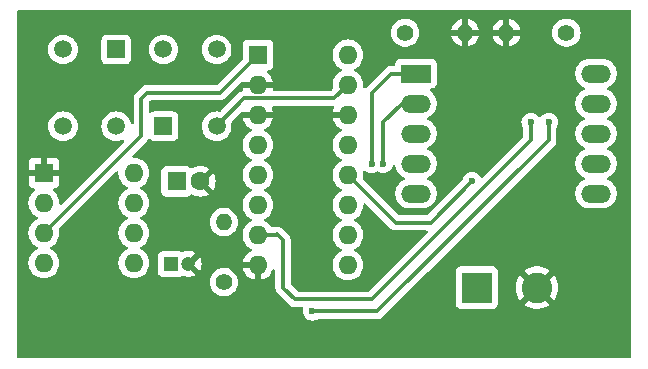
<source format=gbr>
%TF.GenerationSoftware,KiCad,Pcbnew,8.0.5*%
%TF.CreationDate,2025-01-11T13:33:14+03:00*%
%TF.ProjectId,Counter_CD4033,436f756e-7465-4725-9f43-44343033332e,rev?*%
%TF.SameCoordinates,Original*%
%TF.FileFunction,Copper,L2,Bot*%
%TF.FilePolarity,Positive*%
%FSLAX46Y46*%
G04 Gerber Fmt 4.6, Leading zero omitted, Abs format (unit mm)*
G04 Created by KiCad (PCBNEW 8.0.5) date 2025-01-11 13:33:14*
%MOMM*%
%LPD*%
G01*
G04 APERTURE LIST*
%TA.AperFunction,ComponentPad*%
%ADD10R,2.524000X1.524000*%
%TD*%
%TA.AperFunction,ComponentPad*%
%ADD11O,2.524000X1.524000*%
%TD*%
%TA.AperFunction,ComponentPad*%
%ADD12R,1.600000X1.600000*%
%TD*%
%TA.AperFunction,ComponentPad*%
%ADD13C,1.600000*%
%TD*%
%TA.AperFunction,ComponentPad*%
%ADD14R,2.600000X2.600000*%
%TD*%
%TA.AperFunction,ComponentPad*%
%ADD15C,2.600000*%
%TD*%
%TA.AperFunction,ComponentPad*%
%ADD16C,1.400000*%
%TD*%
%TA.AperFunction,ComponentPad*%
%ADD17O,1.400000X1.400000*%
%TD*%
%TA.AperFunction,ComponentPad*%
%ADD18R,1.200000X1.200000*%
%TD*%
%TA.AperFunction,ComponentPad*%
%ADD19C,1.200000*%
%TD*%
%TA.AperFunction,ComponentPad*%
%ADD20R,1.498000X1.498000*%
%TD*%
%TA.AperFunction,ComponentPad*%
%ADD21C,1.498000*%
%TD*%
%TA.AperFunction,ComponentPad*%
%ADD22O,1.600000X1.600000*%
%TD*%
%TA.AperFunction,ViaPad*%
%ADD23C,0.600000*%
%TD*%
%TA.AperFunction,Conductor*%
%ADD24C,0.300000*%
%TD*%
G04 APERTURE END LIST*
D10*
%TO.P,7S,1,e*%
%TO.N,Net-(AFF1-e)*%
X153260000Y-69380000D03*
D11*
%TO.P,7S,2,d*%
%TO.N,Net-(AFF1-d)*%
X153260000Y-71920000D03*
%TO.P,7S,3,C.K.*%
%TO.N,Net-(AFF1-C.K.-Pad3)*%
X153260000Y-74460000D03*
%TO.P,7S,4,c*%
%TO.N,Net-(AFF1-c)*%
X153260000Y-77000000D03*
%TO.P,7S,5,DP*%
%TO.N,unconnected-(AFF1-DP-Pad5)*%
X153260000Y-79540000D03*
%TO.P,7S,6,b*%
%TO.N,Net-(AFF1-b)*%
X168500000Y-79540000D03*
%TO.P,7S,7,a*%
%TO.N,Net-(AFF1-a)*%
X168500000Y-77000000D03*
%TO.P,7S,8,C.K.*%
%TO.N,Net-(AFF1-C.K.-Pad3)*%
X168500000Y-74460000D03*
%TO.P,7S,9,f*%
%TO.N,Net-(AFF1-f)*%
X168500000Y-71920000D03*
%TO.P,7S,10,g*%
%TO.N,Net-(AFF1-g)*%
X168500000Y-69380000D03*
%TD*%
D12*
%TO.P,C1,1*%
%TO.N,Net-(U2-DIS)*%
X133000000Y-78500000D03*
D13*
%TO.P,C1,2*%
%TO.N,GND*%
X135000000Y-78500000D03*
%TD*%
D14*
%TO.P,VCC,1,Pin_1*%
%TO.N,VCC*%
X158420000Y-87500000D03*
D15*
%TO.P,VCC,2,Pin_2*%
%TO.N,GND*%
X163500000Y-87500000D03*
%TD*%
D16*
%TO.P,R1,1*%
%TO.N,VCC*%
X137000000Y-87040000D03*
D17*
%TO.P,R1,2*%
%TO.N,Net-(U2-DIS)*%
X137000000Y-81960000D03*
%TD*%
D18*
%TO.P,C2,1*%
%TO.N,Net-(U2-CV)*%
X132500000Y-85500000D03*
D19*
%TO.P,C2,2*%
%TO.N,GND*%
X134000000Y-85500000D03*
%TD*%
D20*
%TO.P,COUNT,1,1*%
%TO.N,VCC*%
X127880000Y-67340000D03*
D21*
%TO.P,COUNT,2,2*%
%TO.N,Net-(U2-TR)*%
X123380000Y-67340000D03*
%TO.P,COUNT,3*%
%TO.N,N/C*%
X127880000Y-73840000D03*
%TO.P,COUNT,4*%
X123380000Y-73840000D03*
%TD*%
D16*
%TO.P,R3,1*%
%TO.N,Net-(U1-CARRY_OUT)*%
X152340000Y-65920000D03*
D17*
%TO.P,R3,2*%
%TO.N,GND*%
X157420000Y-65920000D03*
%TD*%
D12*
%TO.P,CD4033B,1,CLOCK*%
%TO.N,Net-(U1-CLOCK)*%
X139880000Y-67800000D03*
D22*
%TO.P,CD4033B,2,CLOCK_INHIBIT*%
%TO.N,GND*%
X139880000Y-70340000D03*
%TO.P,CD4033B,3,RIPPLE_BLANKING_IN*%
X139880000Y-72880000D03*
%TO.P,CD4033B,4,RIPPLE_BLANKING_OUT*%
%TO.N,unconnected-(U1-RIPPLE_BLANKING_OUT-Pad4)*%
X139880000Y-75420000D03*
%TO.P,CD4033B,5,CARRY_OUT*%
%TO.N,Net-(U1-CARRY_OUT)*%
X139880000Y-77960000D03*
%TO.P,CD4033B,6,f*%
%TO.N,Net-(AFF1-f)*%
X139880000Y-80500000D03*
%TO.P,CD4033B,7,g*%
%TO.N,Net-(AFF1-g)*%
X139880000Y-83040000D03*
%TO.P,CD4033B,8,V_{SS}*%
%TO.N,GND*%
X139880000Y-85580000D03*
%TO.P,CD4033B,9,d*%
%TO.N,Net-(AFF1-d)*%
X147500000Y-85580000D03*
%TO.P,CD4033B,10,a*%
%TO.N,Net-(AFF1-a)*%
X147500000Y-83040000D03*
%TO.P,CD4033B,11,e*%
%TO.N,Net-(AFF1-e)*%
X147500000Y-80500000D03*
%TO.P,CD4033B,12,b*%
%TO.N,Net-(AFF1-b)*%
X147500000Y-77960000D03*
%TO.P,CD4033B,13,c*%
%TO.N,Net-(AFF1-c)*%
X147500000Y-75420000D03*
%TO.P,CD4033B,14,LAMP_TEST*%
%TO.N,GND*%
X147500000Y-72880000D03*
%TO.P,CD4033B,15,RESET*%
%TO.N,Net-(U1-RESET)*%
X147500000Y-70340000D03*
%TO.P,CD4033B,16,V_{DD}*%
%TO.N,VCC*%
X147500000Y-67800000D03*
%TD*%
D16*
%TO.P,R2,1*%
%TO.N,Net-(AFF1-C.K.-Pad3)*%
X166000000Y-65920000D03*
D17*
%TO.P,R2,2*%
%TO.N,GND*%
X160920000Y-65920000D03*
%TD*%
D20*
%TO.P,RESET,1,1*%
%TO.N,VCC*%
X131880000Y-73840000D03*
D21*
%TO.P,RESET,2,2*%
%TO.N,Net-(U1-RESET)*%
X136380000Y-73840000D03*
%TO.P,RESET,3*%
%TO.N,N/C*%
X131880000Y-67340000D03*
%TO.P,RESET,4*%
X136380000Y-67340000D03*
%TD*%
D12*
%TO.P,555,1,GND*%
%TO.N,GND*%
X121760000Y-77800000D03*
D22*
%TO.P,555,2,TR*%
%TO.N,Net-(U2-TR)*%
X121760000Y-80340000D03*
%TO.P,555,3,Q*%
%TO.N,Net-(U1-CLOCK)*%
X121760000Y-82880000D03*
%TO.P,555,4,R*%
%TO.N,VCC*%
X121760000Y-85420000D03*
%TO.P,555,5,CV*%
%TO.N,Net-(U2-CV)*%
X129380000Y-85420000D03*
%TO.P,555,6,THR*%
%TO.N,Net-(U2-DIS)*%
X129380000Y-82880000D03*
%TO.P,555,7,DIS*%
X129380000Y-80340000D03*
%TO.P,555,8,VCC*%
%TO.N,VCC*%
X129380000Y-77800000D03*
%TD*%
D23*
%TO.N,Net-(AFF1-e)*%
X149500000Y-77000000D03*
%TO.N,Net-(AFF1-f)*%
X164500000Y-73500000D03*
X144500000Y-89500000D03*
%TO.N,Net-(AFF1-d)*%
X150500000Y-77000000D03*
%TO.N,Net-(AFF1-b)*%
X158000000Y-78500000D03*
%TO.N,Net-(AFF1-g)*%
X163000000Y-73500000D03*
%TD*%
D24*
%TO.N,Net-(AFF1-e)*%
X151120000Y-69380000D02*
X153260000Y-69380000D01*
X149500000Y-77000000D02*
X149500000Y-71000000D01*
X149500000Y-71000000D02*
X151120000Y-69380000D01*
%TO.N,Net-(AFF1-f)*%
X150000000Y-89500000D02*
X144500000Y-89500000D01*
X164500000Y-75000000D02*
X150000000Y-89500000D01*
X164500000Y-73500000D02*
X164500000Y-75000000D01*
%TO.N,Net-(AFF1-d)*%
X150500000Y-77000000D02*
X150500000Y-73500000D01*
X152080000Y-71920000D02*
X153260000Y-71920000D01*
X150500000Y-73500000D02*
X152080000Y-71920000D01*
%TO.N,Net-(AFF1-b)*%
X158000000Y-78500000D02*
X158040380Y-78540380D01*
X154500000Y-82000000D02*
X158000000Y-78500000D01*
X152000000Y-82000000D02*
X154500000Y-82000000D01*
X147500000Y-77960000D02*
X151540000Y-82000000D01*
X151540000Y-82000000D02*
X152000000Y-82000000D01*
%TO.N,Net-(AFF1-g)*%
X149500000Y-88500000D02*
X143000000Y-88500000D01*
X163000000Y-73500000D02*
X163000000Y-75000000D01*
X141460000Y-83040000D02*
X139880000Y-83040000D01*
X142000000Y-87500000D02*
X142000000Y-83500000D01*
X141500000Y-83000000D02*
X141460000Y-83040000D01*
X142000000Y-83500000D02*
X141500000Y-83000000D01*
X163000000Y-75000000D02*
X149500000Y-88500000D01*
X143000000Y-88500000D02*
X142000000Y-87500000D01*
%TO.N,Net-(U1-RESET)*%
X146350000Y-71490000D02*
X147500000Y-70340000D01*
X138730000Y-71490000D02*
X146350000Y-71490000D01*
X136380000Y-73840000D02*
X138730000Y-71490000D01*
%TO.N,Net-(U1-CLOCK)*%
X130000000Y-71500000D02*
X130500000Y-71000000D01*
X130000000Y-74640000D02*
X130000000Y-71500000D01*
X130500000Y-71000000D02*
X136680000Y-71000000D01*
X121760000Y-82880000D02*
X130000000Y-74640000D01*
X136680000Y-71000000D02*
X139880000Y-67800000D01*
%TD*%
%TA.AperFunction,Conductor*%
%TO.N,GND*%
G36*
X146282841Y-72160185D02*
G01*
X146328596Y-72212989D01*
X146338540Y-72282147D01*
X146328184Y-72316905D01*
X146273734Y-72433673D01*
X146273730Y-72433682D01*
X146221127Y-72629999D01*
X146221128Y-72630000D01*
X147184314Y-72630000D01*
X147179920Y-72634394D01*
X147127259Y-72725606D01*
X147100000Y-72827339D01*
X147100000Y-72932661D01*
X147127259Y-73034394D01*
X147179920Y-73125606D01*
X147184314Y-73130000D01*
X146221128Y-73130000D01*
X146273730Y-73326317D01*
X146273734Y-73326326D01*
X146369865Y-73532482D01*
X146500342Y-73718820D01*
X146661179Y-73879657D01*
X146847518Y-74010134D01*
X146847520Y-74010135D01*
X146905865Y-74037342D01*
X146958305Y-74083514D01*
X146977457Y-74150707D01*
X146957242Y-74217589D01*
X146905867Y-74262105D01*
X146891108Y-74268988D01*
X146847264Y-74289433D01*
X146660858Y-74419954D01*
X146499954Y-74580858D01*
X146369432Y-74767265D01*
X146369431Y-74767267D01*
X146273261Y-74973502D01*
X146273258Y-74973511D01*
X146214366Y-75193302D01*
X146214364Y-75193313D01*
X146194532Y-75419998D01*
X146194532Y-75420001D01*
X146214364Y-75646686D01*
X146214366Y-75646697D01*
X146273258Y-75866488D01*
X146273261Y-75866497D01*
X146369431Y-76072732D01*
X146369432Y-76072734D01*
X146499954Y-76259141D01*
X146660858Y-76420045D01*
X146660861Y-76420047D01*
X146847266Y-76550568D01*
X146905275Y-76577618D01*
X146957714Y-76623791D01*
X146976866Y-76690984D01*
X146956650Y-76757865D01*
X146905275Y-76802382D01*
X146847267Y-76829431D01*
X146847265Y-76829432D01*
X146660858Y-76959954D01*
X146499954Y-77120858D01*
X146369432Y-77307265D01*
X146369431Y-77307267D01*
X146273261Y-77513502D01*
X146273258Y-77513511D01*
X146214366Y-77733302D01*
X146214364Y-77733313D01*
X146194532Y-77959998D01*
X146194532Y-77960001D01*
X146214364Y-78186686D01*
X146214366Y-78186697D01*
X146273258Y-78406488D01*
X146273261Y-78406497D01*
X146369431Y-78612732D01*
X146369432Y-78612734D01*
X146499954Y-78799141D01*
X146660858Y-78960045D01*
X146660861Y-78960047D01*
X146847266Y-79090568D01*
X146905275Y-79117618D01*
X146957714Y-79163791D01*
X146976866Y-79230984D01*
X146956650Y-79297865D01*
X146905275Y-79342382D01*
X146847267Y-79369431D01*
X146847265Y-79369432D01*
X146660858Y-79499954D01*
X146499954Y-79660858D01*
X146369432Y-79847265D01*
X146369431Y-79847267D01*
X146273261Y-80053502D01*
X146273258Y-80053511D01*
X146214366Y-80273302D01*
X146214364Y-80273313D01*
X146194532Y-80499998D01*
X146194532Y-80500001D01*
X146214364Y-80726686D01*
X146214366Y-80726697D01*
X146273258Y-80946488D01*
X146273261Y-80946497D01*
X146369431Y-81152732D01*
X146369432Y-81152734D01*
X146499954Y-81339141D01*
X146660858Y-81500045D01*
X146660861Y-81500047D01*
X146847266Y-81630568D01*
X146905275Y-81657618D01*
X146957714Y-81703791D01*
X146976866Y-81770984D01*
X146956650Y-81837865D01*
X146905275Y-81882382D01*
X146847267Y-81909431D01*
X146847265Y-81909432D01*
X146660858Y-82039954D01*
X146499954Y-82200858D01*
X146369432Y-82387265D01*
X146369431Y-82387267D01*
X146273261Y-82593502D01*
X146273258Y-82593511D01*
X146214366Y-82813302D01*
X146214364Y-82813313D01*
X146194532Y-83039998D01*
X146194532Y-83040001D01*
X146214364Y-83266686D01*
X146214366Y-83266697D01*
X146273258Y-83486488D01*
X146273261Y-83486497D01*
X146369431Y-83692732D01*
X146369432Y-83692734D01*
X146499954Y-83879141D01*
X146660858Y-84040045D01*
X146660861Y-84040047D01*
X146847266Y-84170568D01*
X146905275Y-84197618D01*
X146957714Y-84243791D01*
X146976866Y-84310984D01*
X146956650Y-84377865D01*
X146905275Y-84422382D01*
X146847267Y-84449431D01*
X146847265Y-84449432D01*
X146660858Y-84579954D01*
X146499954Y-84740858D01*
X146369432Y-84927265D01*
X146369431Y-84927267D01*
X146273261Y-85133502D01*
X146273258Y-85133511D01*
X146214366Y-85353302D01*
X146214364Y-85353313D01*
X146194532Y-85579998D01*
X146194532Y-85580001D01*
X146214364Y-85806686D01*
X146214366Y-85806697D01*
X146273258Y-86026488D01*
X146273261Y-86026497D01*
X146369431Y-86232732D01*
X146369432Y-86232734D01*
X146499954Y-86419141D01*
X146660858Y-86580045D01*
X146660861Y-86580047D01*
X146847266Y-86710568D01*
X147053504Y-86806739D01*
X147053509Y-86806740D01*
X147053511Y-86806741D01*
X147106415Y-86820916D01*
X147273308Y-86865635D01*
X147435230Y-86879801D01*
X147499998Y-86885468D01*
X147500000Y-86885468D01*
X147500002Y-86885468D01*
X147556673Y-86880509D01*
X147726692Y-86865635D01*
X147946496Y-86806739D01*
X148152734Y-86710568D01*
X148339139Y-86580047D01*
X148500047Y-86419139D01*
X148630568Y-86232734D01*
X148726739Y-86026496D01*
X148785635Y-85806692D01*
X148805468Y-85580000D01*
X148785635Y-85353308D01*
X148726739Y-85133504D01*
X148630568Y-84927266D01*
X148500047Y-84740861D01*
X148500045Y-84740858D01*
X148339141Y-84579954D01*
X148152734Y-84449432D01*
X148152728Y-84449429D01*
X148094725Y-84422382D01*
X148042285Y-84376210D01*
X148023133Y-84309017D01*
X148043348Y-84242135D01*
X148094725Y-84197618D01*
X148152734Y-84170568D01*
X148339139Y-84040047D01*
X148500047Y-83879139D01*
X148630568Y-83692734D01*
X148726739Y-83486496D01*
X148785635Y-83266692D01*
X148805468Y-83040000D01*
X148785635Y-82813308D01*
X148735312Y-82625500D01*
X148726741Y-82593511D01*
X148726738Y-82593502D01*
X148722927Y-82585330D01*
X148630568Y-82387266D01*
X148500047Y-82200861D01*
X148500045Y-82200858D01*
X148339141Y-82039954D01*
X148152734Y-81909432D01*
X148152728Y-81909429D01*
X148094725Y-81882382D01*
X148042285Y-81836210D01*
X148023133Y-81769017D01*
X148043348Y-81702135D01*
X148094725Y-81657618D01*
X148152734Y-81630568D01*
X148339139Y-81500047D01*
X148500047Y-81339139D01*
X148630568Y-81152734D01*
X148726739Y-80946496D01*
X148785635Y-80726692D01*
X148805468Y-80500000D01*
X148804999Y-80494644D01*
X148818763Y-80426146D01*
X148867377Y-80375962D01*
X148935405Y-80360026D01*
X149001249Y-80383399D01*
X149016208Y-80396154D01*
X151125325Y-82505272D01*
X151125326Y-82505273D01*
X151125329Y-82505275D01*
X151125331Y-82505277D01*
X151231873Y-82576465D01*
X151350256Y-82625501D01*
X151350260Y-82625501D01*
X151350261Y-82625502D01*
X151475928Y-82650500D01*
X151475931Y-82650500D01*
X151935931Y-82650500D01*
X154130192Y-82650500D01*
X154197231Y-82670185D01*
X154242986Y-82722989D01*
X154252930Y-82792147D01*
X154223905Y-82855703D01*
X154217873Y-82862181D01*
X149266873Y-87813181D01*
X149205550Y-87846666D01*
X149179192Y-87849500D01*
X143320808Y-87849500D01*
X143253769Y-87829815D01*
X143233127Y-87813181D01*
X142686819Y-87266873D01*
X142653334Y-87205550D01*
X142650500Y-87179192D01*
X142650500Y-83435928D01*
X142625502Y-83310261D01*
X142625501Y-83310260D01*
X142625501Y-83310256D01*
X142576465Y-83191873D01*
X142573962Y-83188127D01*
X142505277Y-83085331D01*
X142505275Y-83085329D01*
X142505273Y-83085326D01*
X142505272Y-83085325D01*
X142009617Y-82589671D01*
X142009597Y-82589649D01*
X141914675Y-82494727D01*
X141914668Y-82494721D01*
X141808137Y-82423540D01*
X141808120Y-82423530D01*
X141689745Y-82374499D01*
X141689737Y-82374497D01*
X141564071Y-82349500D01*
X141564069Y-82349500D01*
X141435931Y-82349500D01*
X141435929Y-82349500D01*
X141331108Y-82370350D01*
X141331107Y-82370351D01*
X141317206Y-82373116D01*
X141310255Y-82374499D01*
X141305776Y-82376354D01*
X141296826Y-82380061D01*
X141249376Y-82389500D01*
X141076683Y-82389500D01*
X141009644Y-82369815D01*
X140975108Y-82336623D01*
X140880045Y-82200858D01*
X140719141Y-82039954D01*
X140532734Y-81909432D01*
X140532728Y-81909429D01*
X140474725Y-81882382D01*
X140422285Y-81836210D01*
X140403133Y-81769017D01*
X140423348Y-81702135D01*
X140474725Y-81657618D01*
X140532734Y-81630568D01*
X140719139Y-81500047D01*
X140880047Y-81339139D01*
X141010568Y-81152734D01*
X141106739Y-80946496D01*
X141165635Y-80726692D01*
X141185207Y-80502981D01*
X141185468Y-80500001D01*
X141185468Y-80499998D01*
X141171470Y-80340000D01*
X141165635Y-80273308D01*
X141106739Y-80053504D01*
X141010568Y-79847266D01*
X140880047Y-79660861D01*
X140880045Y-79660858D01*
X140719141Y-79499954D01*
X140532734Y-79369432D01*
X140532728Y-79369429D01*
X140486501Y-79347873D01*
X140474724Y-79342381D01*
X140422285Y-79296210D01*
X140403133Y-79229017D01*
X140423348Y-79162135D01*
X140474725Y-79117618D01*
X140532734Y-79090568D01*
X140719139Y-78960047D01*
X140880047Y-78799139D01*
X141010568Y-78612734D01*
X141106739Y-78406496D01*
X141165635Y-78186692D01*
X141185207Y-77962981D01*
X141185468Y-77960001D01*
X141185468Y-77959998D01*
X141173435Y-77822464D01*
X141165635Y-77733308D01*
X141106739Y-77513504D01*
X141010568Y-77307266D01*
X140888160Y-77132447D01*
X140880045Y-77120858D01*
X140719141Y-76959954D01*
X140532734Y-76829432D01*
X140532728Y-76829429D01*
X140474725Y-76802382D01*
X140422285Y-76756210D01*
X140403133Y-76689017D01*
X140423348Y-76622135D01*
X140474725Y-76577618D01*
X140532734Y-76550568D01*
X140719139Y-76420047D01*
X140880047Y-76259139D01*
X141010568Y-76072734D01*
X141106739Y-75866496D01*
X141165635Y-75646692D01*
X141185207Y-75422981D01*
X141185468Y-75420001D01*
X141185468Y-75419998D01*
X141175680Y-75308126D01*
X141165635Y-75193308D01*
X141106739Y-74973504D01*
X141010568Y-74767266D01*
X140880047Y-74580861D01*
X140880045Y-74580858D01*
X140719141Y-74419954D01*
X140532734Y-74289432D01*
X140532732Y-74289431D01*
X140488892Y-74268988D01*
X140474132Y-74262105D01*
X140421694Y-74215934D01*
X140402542Y-74148740D01*
X140422758Y-74081859D01*
X140474134Y-74037341D01*
X140532484Y-74010132D01*
X140718820Y-73879657D01*
X140879657Y-73718820D01*
X141010134Y-73532482D01*
X141106265Y-73326326D01*
X141106269Y-73326317D01*
X141158872Y-73130000D01*
X140195686Y-73130000D01*
X140200080Y-73125606D01*
X140252741Y-73034394D01*
X140280000Y-72932661D01*
X140280000Y-72827339D01*
X140252741Y-72725606D01*
X140200080Y-72634394D01*
X140195686Y-72630000D01*
X141158872Y-72630000D01*
X141158872Y-72629999D01*
X141106269Y-72433682D01*
X141106265Y-72433673D01*
X141051816Y-72316905D01*
X141041324Y-72247827D01*
X141069844Y-72184043D01*
X141128320Y-72145804D01*
X141164198Y-72140500D01*
X146215802Y-72140500D01*
X146282841Y-72160185D01*
G37*
%TD.AperFunction*%
%TA.AperFunction,Conductor*%
G36*
X140073039Y-72160185D02*
G01*
X140118794Y-72212989D01*
X140130000Y-72264500D01*
X140130000Y-72564314D01*
X140125606Y-72559920D01*
X140034394Y-72507259D01*
X139932661Y-72480000D01*
X139827339Y-72480000D01*
X139725606Y-72507259D01*
X139634394Y-72559920D01*
X139630000Y-72564314D01*
X139630000Y-72264500D01*
X139649685Y-72197461D01*
X139702489Y-72151706D01*
X139754000Y-72140500D01*
X140006000Y-72140500D01*
X140073039Y-72160185D01*
G37*
%TD.AperFunction*%
%TA.AperFunction,Conductor*%
G36*
X140130000Y-70715500D02*
G01*
X140110315Y-70782539D01*
X140057511Y-70828294D01*
X140006000Y-70839500D01*
X139754000Y-70839500D01*
X139686961Y-70819815D01*
X139641206Y-70767011D01*
X139630000Y-70715500D01*
X139630000Y-70655686D01*
X139634394Y-70660080D01*
X139725606Y-70712741D01*
X139827339Y-70740000D01*
X139932661Y-70740000D01*
X140034394Y-70712741D01*
X140125606Y-70660080D01*
X140130000Y-70655686D01*
X140130000Y-70715500D01*
G37*
%TD.AperFunction*%
%TA.AperFunction,Conductor*%
G36*
X171442539Y-64020185D02*
G01*
X171488294Y-64072989D01*
X171499500Y-64124500D01*
X171499500Y-93375500D01*
X171479815Y-93442539D01*
X171427011Y-93488294D01*
X171375500Y-93499500D01*
X119624500Y-93499500D01*
X119557461Y-93479815D01*
X119511706Y-93427011D01*
X119500500Y-93375500D01*
X119500500Y-87039999D01*
X135794357Y-87039999D01*
X135794357Y-87040000D01*
X135814884Y-87261535D01*
X135814885Y-87261537D01*
X135875769Y-87475523D01*
X135875775Y-87475538D01*
X135974938Y-87674683D01*
X135974940Y-87674686D01*
X136109020Y-87852238D01*
X136273437Y-88002123D01*
X136273439Y-88002125D01*
X136462595Y-88119245D01*
X136462596Y-88119245D01*
X136462599Y-88119247D01*
X136670060Y-88199618D01*
X136888757Y-88240500D01*
X136888759Y-88240500D01*
X137111241Y-88240500D01*
X137111243Y-88240500D01*
X137329940Y-88199618D01*
X137537401Y-88119247D01*
X137726562Y-88002124D01*
X137866282Y-87874751D01*
X137890979Y-87852238D01*
X137907913Y-87829815D01*
X138025058Y-87674689D01*
X138025058Y-87674687D01*
X138025060Y-87674686D01*
X138025061Y-87674683D01*
X138124224Y-87475538D01*
X138124223Y-87475538D01*
X138124229Y-87475528D01*
X138185115Y-87261536D01*
X138205643Y-87040000D01*
X138185115Y-86818464D01*
X138124229Y-86604472D01*
X138124224Y-86604461D01*
X138025061Y-86405316D01*
X138025056Y-86405308D01*
X137890979Y-86227761D01*
X137726562Y-86077876D01*
X137726560Y-86077874D01*
X137537404Y-85960754D01*
X137537398Y-85960752D01*
X137529427Y-85957664D01*
X137329940Y-85880382D01*
X137111243Y-85839500D01*
X136888757Y-85839500D01*
X136670060Y-85880382D01*
X136619214Y-85900080D01*
X136462601Y-85960752D01*
X136462595Y-85960754D01*
X136273439Y-86077874D01*
X136273437Y-86077876D01*
X136109020Y-86227761D01*
X135974943Y-86405308D01*
X135974938Y-86405316D01*
X135875775Y-86604461D01*
X135875769Y-86604476D01*
X135814885Y-86818462D01*
X135814884Y-86818464D01*
X135794357Y-87039999D01*
X119500500Y-87039999D01*
X119500500Y-80339998D01*
X120454532Y-80339998D01*
X120454532Y-80340001D01*
X120474364Y-80566686D01*
X120474366Y-80566697D01*
X120533258Y-80786488D01*
X120533261Y-80786497D01*
X120629431Y-80992732D01*
X120629432Y-80992734D01*
X120759954Y-81179141D01*
X120920858Y-81340045D01*
X120920861Y-81340047D01*
X121107266Y-81470568D01*
X121165275Y-81497618D01*
X121217714Y-81543791D01*
X121236866Y-81610984D01*
X121216650Y-81677865D01*
X121165275Y-81722382D01*
X121107267Y-81749431D01*
X121107265Y-81749432D01*
X120920858Y-81879954D01*
X120759954Y-82040858D01*
X120629432Y-82227265D01*
X120629431Y-82227267D01*
X120533261Y-82433502D01*
X120533258Y-82433511D01*
X120474366Y-82653302D01*
X120474364Y-82653313D01*
X120454532Y-82879998D01*
X120454532Y-82880001D01*
X120474364Y-83106686D01*
X120474366Y-83106697D01*
X120533258Y-83326488D01*
X120533261Y-83326497D01*
X120629431Y-83532732D01*
X120629432Y-83532734D01*
X120759954Y-83719141D01*
X120920858Y-83880045D01*
X120920861Y-83880047D01*
X121107266Y-84010568D01*
X121165275Y-84037618D01*
X121217714Y-84083791D01*
X121236866Y-84150984D01*
X121216650Y-84217865D01*
X121165275Y-84262382D01*
X121107267Y-84289431D01*
X121107265Y-84289432D01*
X120920858Y-84419954D01*
X120759954Y-84580858D01*
X120629432Y-84767265D01*
X120629431Y-84767267D01*
X120533261Y-84973502D01*
X120533258Y-84973511D01*
X120474366Y-85193302D01*
X120474364Y-85193313D01*
X120454532Y-85419998D01*
X120454532Y-85420001D01*
X120474364Y-85646686D01*
X120474366Y-85646697D01*
X120533258Y-85866488D01*
X120533261Y-85866497D01*
X120629431Y-86072732D01*
X120629432Y-86072734D01*
X120759954Y-86259141D01*
X120920858Y-86420045D01*
X120920861Y-86420047D01*
X121107266Y-86550568D01*
X121313504Y-86646739D01*
X121533308Y-86705635D01*
X121695230Y-86719801D01*
X121759998Y-86725468D01*
X121760000Y-86725468D01*
X121760002Y-86725468D01*
X121816673Y-86720509D01*
X121986692Y-86705635D01*
X122206496Y-86646739D01*
X122412734Y-86550568D01*
X122599139Y-86420047D01*
X122760047Y-86259139D01*
X122890568Y-86072734D01*
X122986739Y-85866496D01*
X123045635Y-85646692D01*
X123065468Y-85420000D01*
X123045635Y-85193308D01*
X122986739Y-84973504D01*
X122890568Y-84767266D01*
X122760047Y-84580861D01*
X122760045Y-84580858D01*
X122599141Y-84419954D01*
X122412734Y-84289432D01*
X122412728Y-84289429D01*
X122354725Y-84262382D01*
X122302285Y-84216210D01*
X122283133Y-84149017D01*
X122303348Y-84082135D01*
X122354725Y-84037618D01*
X122412734Y-84010568D01*
X122599139Y-83880047D01*
X122760047Y-83719139D01*
X122890568Y-83532734D01*
X122986739Y-83326496D01*
X123045635Y-83106692D01*
X123065468Y-82880000D01*
X123045635Y-82653308D01*
X123034790Y-82612834D01*
X123036453Y-82542984D01*
X123066882Y-82493062D01*
X127863793Y-77696151D01*
X127925114Y-77662668D01*
X127994806Y-77667652D01*
X128050739Y-77709524D01*
X128075156Y-77774988D01*
X128075001Y-77794634D01*
X128074532Y-77799998D01*
X128074532Y-77800001D01*
X128094364Y-78026686D01*
X128094366Y-78026697D01*
X128153258Y-78246488D01*
X128153261Y-78246497D01*
X128249431Y-78452732D01*
X128249432Y-78452734D01*
X128379954Y-78639141D01*
X128540858Y-78800045D01*
X128540861Y-78800047D01*
X128727266Y-78930568D01*
X128784357Y-78957190D01*
X128785275Y-78957618D01*
X128837714Y-79003791D01*
X128856866Y-79070984D01*
X128836650Y-79137865D01*
X128785275Y-79182382D01*
X128727267Y-79209431D01*
X128727265Y-79209432D01*
X128540858Y-79339954D01*
X128379954Y-79500858D01*
X128249432Y-79687265D01*
X128249431Y-79687267D01*
X128153261Y-79893502D01*
X128153258Y-79893511D01*
X128094366Y-80113302D01*
X128094364Y-80113313D01*
X128074532Y-80339998D01*
X128074532Y-80340001D01*
X128094364Y-80566686D01*
X128094366Y-80566697D01*
X128153258Y-80786488D01*
X128153261Y-80786497D01*
X128249431Y-80992732D01*
X128249432Y-80992734D01*
X128379954Y-81179141D01*
X128540858Y-81340045D01*
X128540861Y-81340047D01*
X128727266Y-81470568D01*
X128785275Y-81497618D01*
X128837714Y-81543791D01*
X128856866Y-81610984D01*
X128836650Y-81677865D01*
X128785275Y-81722382D01*
X128727267Y-81749431D01*
X128727265Y-81749432D01*
X128540858Y-81879954D01*
X128379954Y-82040858D01*
X128249432Y-82227265D01*
X128249431Y-82227267D01*
X128153261Y-82433502D01*
X128153258Y-82433511D01*
X128094366Y-82653302D01*
X128094364Y-82653313D01*
X128074532Y-82879998D01*
X128074532Y-82880001D01*
X128094364Y-83106686D01*
X128094366Y-83106697D01*
X128153258Y-83326488D01*
X128153261Y-83326497D01*
X128249431Y-83532732D01*
X128249432Y-83532734D01*
X128379954Y-83719141D01*
X128540858Y-83880045D01*
X128540861Y-83880047D01*
X128727266Y-84010568D01*
X128785275Y-84037618D01*
X128837714Y-84083791D01*
X128856866Y-84150984D01*
X128836650Y-84217865D01*
X128785275Y-84262382D01*
X128727267Y-84289431D01*
X128727265Y-84289432D01*
X128540858Y-84419954D01*
X128379954Y-84580858D01*
X128249432Y-84767265D01*
X128249431Y-84767267D01*
X128153261Y-84973502D01*
X128153258Y-84973511D01*
X128094366Y-85193302D01*
X128094364Y-85193313D01*
X128074532Y-85419998D01*
X128074532Y-85420001D01*
X128094364Y-85646686D01*
X128094366Y-85646697D01*
X128153258Y-85866488D01*
X128153261Y-85866497D01*
X128249431Y-86072732D01*
X128249432Y-86072734D01*
X128379954Y-86259141D01*
X128540858Y-86420045D01*
X128540861Y-86420047D01*
X128727266Y-86550568D01*
X128933504Y-86646739D01*
X129153308Y-86705635D01*
X129315230Y-86719801D01*
X129379998Y-86725468D01*
X129380000Y-86725468D01*
X129380002Y-86725468D01*
X129436673Y-86720509D01*
X129606692Y-86705635D01*
X129826496Y-86646739D01*
X130032734Y-86550568D01*
X130219139Y-86420047D01*
X130380047Y-86259139D01*
X130510568Y-86072734D01*
X130606739Y-85866496D01*
X130665635Y-85646692D01*
X130685468Y-85420000D01*
X130665635Y-85193308D01*
X130606739Y-84973504D01*
X130550143Y-84852135D01*
X131399500Y-84852135D01*
X131399500Y-86147870D01*
X131399501Y-86147876D01*
X131405908Y-86207483D01*
X131456202Y-86342328D01*
X131456206Y-86342335D01*
X131542452Y-86457544D01*
X131542455Y-86457547D01*
X131657664Y-86543793D01*
X131657671Y-86543797D01*
X131792517Y-86594091D01*
X131792516Y-86594091D01*
X131799444Y-86594835D01*
X131852127Y-86600500D01*
X133147872Y-86600499D01*
X133207483Y-86594091D01*
X133245137Y-86580047D01*
X133342329Y-86543797D01*
X133342329Y-86543796D01*
X133342331Y-86543796D01*
X133391993Y-86506618D01*
X133457454Y-86482201D01*
X133511097Y-86490258D01*
X133697678Y-86562539D01*
X133898072Y-86600000D01*
X134101928Y-86600000D01*
X134302322Y-86562539D01*
X134492412Y-86488899D01*
X134492416Y-86488897D01*
X134580686Y-86434241D01*
X134580686Y-86434240D01*
X133941300Y-85794854D01*
X133960504Y-85800000D01*
X134039496Y-85800000D01*
X134115796Y-85779556D01*
X134184205Y-85740060D01*
X134240060Y-85684205D01*
X134279556Y-85615796D01*
X134300000Y-85539496D01*
X134300000Y-85500000D01*
X134353553Y-85500000D01*
X134937465Y-86083912D01*
X134939247Y-86081553D01*
X134939248Y-86081551D01*
X135030113Y-85899069D01*
X135030116Y-85899063D01*
X135085902Y-85702992D01*
X135085903Y-85702989D01*
X135104713Y-85500000D01*
X135104713Y-85499999D01*
X135085903Y-85297010D01*
X135085902Y-85297007D01*
X135030116Y-85100936D01*
X135030113Y-85100930D01*
X134939249Y-84918449D01*
X134939247Y-84918447D01*
X134937465Y-84916087D01*
X134353553Y-85500000D01*
X134300000Y-85500000D01*
X134300000Y-85460504D01*
X134279556Y-85384204D01*
X134240060Y-85315795D01*
X134184205Y-85259940D01*
X134115796Y-85220444D01*
X134039496Y-85200000D01*
X133960504Y-85200000D01*
X133941301Y-85205145D01*
X134000000Y-85146447D01*
X134580687Y-84565758D01*
X134492413Y-84511101D01*
X134492411Y-84511100D01*
X134302321Y-84437460D01*
X134101928Y-84400000D01*
X133898072Y-84400000D01*
X133697677Y-84437460D01*
X133511098Y-84509741D01*
X133441474Y-84515603D01*
X133391993Y-84493381D01*
X133342331Y-84456204D01*
X133342329Y-84456203D01*
X133342328Y-84456202D01*
X133207482Y-84405908D01*
X133207483Y-84405908D01*
X133147883Y-84399501D01*
X133147881Y-84399500D01*
X133147873Y-84399500D01*
X133147864Y-84399500D01*
X131852129Y-84399500D01*
X131852123Y-84399501D01*
X131792516Y-84405908D01*
X131657671Y-84456202D01*
X131657664Y-84456206D01*
X131542455Y-84542452D01*
X131542452Y-84542455D01*
X131456206Y-84657664D01*
X131456202Y-84657671D01*
X131405908Y-84792517D01*
X131399501Y-84852116D01*
X131399500Y-84852135D01*
X130550143Y-84852135D01*
X130510568Y-84767266D01*
X130380047Y-84580861D01*
X130380045Y-84580858D01*
X130219141Y-84419954D01*
X130032734Y-84289432D01*
X130032728Y-84289429D01*
X129974725Y-84262382D01*
X129922285Y-84216210D01*
X129903133Y-84149017D01*
X129923348Y-84082135D01*
X129974725Y-84037618D01*
X130032734Y-84010568D01*
X130219139Y-83880047D01*
X130380047Y-83719139D01*
X130510568Y-83532734D01*
X130606739Y-83326496D01*
X130665635Y-83106692D01*
X130685468Y-82880000D01*
X130665635Y-82653308D01*
X130606739Y-82433504D01*
X130510568Y-82227266D01*
X130380047Y-82040861D01*
X130380045Y-82040858D01*
X130299186Y-81959999D01*
X135794357Y-81959999D01*
X135794357Y-81960000D01*
X135814884Y-82181535D01*
X135814885Y-82181537D01*
X135875769Y-82395523D01*
X135875775Y-82395538D01*
X135974938Y-82594683D01*
X135974943Y-82594691D01*
X136109020Y-82772238D01*
X136273437Y-82922123D01*
X136273439Y-82922125D01*
X136462595Y-83039245D01*
X136462596Y-83039245D01*
X136462599Y-83039247D01*
X136670060Y-83119618D01*
X136888757Y-83160500D01*
X136888759Y-83160500D01*
X137111241Y-83160500D01*
X137111243Y-83160500D01*
X137329940Y-83119618D01*
X137537401Y-83039247D01*
X137726562Y-82922124D01*
X137890981Y-82772236D01*
X138025058Y-82594689D01*
X138124229Y-82395528D01*
X138185115Y-82181536D01*
X138205643Y-81960000D01*
X138185115Y-81738464D01*
X138124229Y-81524472D01*
X138112066Y-81500045D01*
X138025061Y-81325316D01*
X138025056Y-81325308D01*
X137890979Y-81147761D01*
X137726562Y-80997876D01*
X137726560Y-80997874D01*
X137537404Y-80880754D01*
X137537398Y-80880752D01*
X137329940Y-80800382D01*
X137111243Y-80759500D01*
X136888757Y-80759500D01*
X136670060Y-80800382D01*
X136538864Y-80851207D01*
X136462601Y-80880752D01*
X136462595Y-80880754D01*
X136273439Y-80997874D01*
X136273437Y-80997876D01*
X136109020Y-81147761D01*
X135974943Y-81325308D01*
X135974938Y-81325316D01*
X135875775Y-81524461D01*
X135875769Y-81524476D01*
X135814885Y-81738462D01*
X135814884Y-81738464D01*
X135794357Y-81959999D01*
X130299186Y-81959999D01*
X130219141Y-81879954D01*
X130032734Y-81749432D01*
X130032728Y-81749429D01*
X129974725Y-81722382D01*
X129922285Y-81676210D01*
X129903133Y-81609017D01*
X129923348Y-81542135D01*
X129974725Y-81497618D01*
X130032734Y-81470568D01*
X130219139Y-81340047D01*
X130380047Y-81179139D01*
X130510568Y-80992734D01*
X130606739Y-80786496D01*
X130665635Y-80566692D01*
X130683280Y-80365009D01*
X130685468Y-80340001D01*
X130685468Y-80339998D01*
X130673368Y-80201694D01*
X130665635Y-80113308D01*
X130606739Y-79893504D01*
X130510568Y-79687266D01*
X130380047Y-79500861D01*
X130380045Y-79500858D01*
X130219141Y-79339954D01*
X130032734Y-79209432D01*
X130032728Y-79209429D01*
X129974725Y-79182382D01*
X129922285Y-79136210D01*
X129903133Y-79069017D01*
X129923348Y-79002135D01*
X129974725Y-78957618D01*
X129975643Y-78957190D01*
X130032734Y-78930568D01*
X130219139Y-78800047D01*
X130380047Y-78639139D01*
X130510568Y-78452734D01*
X130606739Y-78246496D01*
X130665635Y-78026692D01*
X130682634Y-77832384D01*
X130685468Y-77800001D01*
X130685468Y-77799998D01*
X130677552Y-77709524D01*
X130672531Y-77652135D01*
X131699500Y-77652135D01*
X131699500Y-79347870D01*
X131699501Y-79347876D01*
X131705908Y-79407483D01*
X131756202Y-79542328D01*
X131756206Y-79542335D01*
X131842452Y-79657544D01*
X131842455Y-79657547D01*
X131957664Y-79743793D01*
X131957671Y-79743797D01*
X132092517Y-79794091D01*
X132092516Y-79794091D01*
X132099444Y-79794835D01*
X132152127Y-79800500D01*
X133847872Y-79800499D01*
X133907483Y-79794091D01*
X134042331Y-79743796D01*
X134157546Y-79657546D01*
X134164350Y-79648455D01*
X134220280Y-79606584D01*
X134289971Y-79601597D01*
X134334740Y-79621188D01*
X134347512Y-79630130D01*
X134347518Y-79630134D01*
X134553673Y-79726265D01*
X134553682Y-79726269D01*
X134773389Y-79785139D01*
X134773400Y-79785141D01*
X134999998Y-79804966D01*
X135000002Y-79804966D01*
X135226599Y-79785141D01*
X135226610Y-79785139D01*
X135446317Y-79726269D01*
X135446331Y-79726264D01*
X135652478Y-79630136D01*
X135725471Y-79579024D01*
X135046447Y-78900000D01*
X135052661Y-78900000D01*
X135154394Y-78872741D01*
X135245606Y-78820080D01*
X135320080Y-78745606D01*
X135372741Y-78654394D01*
X135400000Y-78552661D01*
X135400000Y-78546447D01*
X136079024Y-79225471D01*
X136130136Y-79152478D01*
X136226264Y-78946331D01*
X136226269Y-78946317D01*
X136285139Y-78726610D01*
X136285141Y-78726599D01*
X136304966Y-78500002D01*
X136304966Y-78499997D01*
X136285141Y-78273400D01*
X136285139Y-78273389D01*
X136226269Y-78053682D01*
X136226264Y-78053668D01*
X136130136Y-77847521D01*
X136130132Y-77847513D01*
X136079025Y-77774526D01*
X135400000Y-78453551D01*
X135400000Y-78447339D01*
X135372741Y-78345606D01*
X135320080Y-78254394D01*
X135245606Y-78179920D01*
X135154394Y-78127259D01*
X135052661Y-78100000D01*
X135046447Y-78100000D01*
X135725472Y-77420974D01*
X135652478Y-77369863D01*
X135446331Y-77273735D01*
X135446317Y-77273730D01*
X135226610Y-77214860D01*
X135226599Y-77214858D01*
X135000002Y-77195034D01*
X134999998Y-77195034D01*
X134773400Y-77214858D01*
X134773389Y-77214860D01*
X134553682Y-77273730D01*
X134553673Y-77273734D01*
X134347512Y-77369868D01*
X134347507Y-77369871D01*
X134334736Y-77378813D01*
X134268529Y-77401138D01*
X134200763Y-77384124D01*
X134164352Y-77351546D01*
X134157546Y-77342454D01*
X134157544Y-77342453D01*
X134157544Y-77342452D01*
X134042335Y-77256206D01*
X134042328Y-77256202D01*
X133907482Y-77205908D01*
X133907483Y-77205908D01*
X133847883Y-77199501D01*
X133847881Y-77199500D01*
X133847873Y-77199500D01*
X133847864Y-77199500D01*
X132152129Y-77199500D01*
X132152123Y-77199501D01*
X132092516Y-77205908D01*
X131957671Y-77256202D01*
X131957664Y-77256206D01*
X131842455Y-77342452D01*
X131842452Y-77342455D01*
X131756206Y-77457664D01*
X131756202Y-77457671D01*
X131705908Y-77592517D01*
X131699501Y-77652116D01*
X131699500Y-77652135D01*
X130672531Y-77652135D01*
X130665635Y-77573308D01*
X130614944Y-77384124D01*
X130606741Y-77353511D01*
X130606738Y-77353502D01*
X130579755Y-77295637D01*
X130510568Y-77147266D01*
X130380047Y-76960861D01*
X130380045Y-76960858D01*
X130219141Y-76799954D01*
X130032734Y-76669432D01*
X130032732Y-76669431D01*
X129826497Y-76573261D01*
X129826488Y-76573258D01*
X129606697Y-76514366D01*
X129606693Y-76514365D01*
X129606692Y-76514365D01*
X129606691Y-76514364D01*
X129606686Y-76514364D01*
X129380002Y-76494532D01*
X129379999Y-76494532D01*
X129374634Y-76495001D01*
X129306134Y-76481230D01*
X129255955Y-76432611D01*
X129240026Y-76364582D01*
X129263405Y-76298740D01*
X129276146Y-76283799D01*
X130505277Y-75054669D01*
X130572573Y-74953950D01*
X130626183Y-74909148D01*
X130695508Y-74900439D01*
X130758536Y-74930594D01*
X130769605Y-74942697D01*
X130773455Y-74946547D01*
X130888664Y-75032793D01*
X130888671Y-75032797D01*
X131023517Y-75083091D01*
X131023516Y-75083091D01*
X131030444Y-75083835D01*
X131083127Y-75089500D01*
X132676872Y-75089499D01*
X132736483Y-75083091D01*
X132871331Y-75032796D01*
X132986546Y-74946546D01*
X133072796Y-74831331D01*
X133123091Y-74696483D01*
X133129500Y-74636873D01*
X133129499Y-73043128D01*
X133123091Y-72983517D01*
X133118499Y-72971206D01*
X133072797Y-72848671D01*
X133072793Y-72848664D01*
X132986547Y-72733455D01*
X132986544Y-72733452D01*
X132871335Y-72647206D01*
X132871328Y-72647202D01*
X132736482Y-72596908D01*
X132736483Y-72596908D01*
X132676883Y-72590501D01*
X132676881Y-72590500D01*
X132676873Y-72590500D01*
X132676864Y-72590500D01*
X131083129Y-72590500D01*
X131083123Y-72590501D01*
X131023516Y-72596908D01*
X130888671Y-72647202D01*
X130888664Y-72647206D01*
X130848811Y-72677041D01*
X130783347Y-72701459D01*
X130715074Y-72686608D01*
X130665668Y-72637203D01*
X130650500Y-72577775D01*
X130650500Y-71820808D01*
X130670185Y-71753769D01*
X130686819Y-71733127D01*
X130733127Y-71686819D01*
X130794450Y-71653334D01*
X130820808Y-71650500D01*
X136744071Y-71650500D01*
X136828615Y-71633682D01*
X136869744Y-71625501D01*
X136988127Y-71576465D01*
X137021644Y-71554070D01*
X137021645Y-71554070D01*
X137078050Y-71516381D01*
X137094669Y-71505277D01*
X138473628Y-70126317D01*
X138534948Y-70092834D01*
X138561306Y-70090000D01*
X139564314Y-70090000D01*
X139559920Y-70094394D01*
X139507259Y-70185606D01*
X139480000Y-70287339D01*
X139480000Y-70392661D01*
X139507259Y-70494394D01*
X139559920Y-70585606D01*
X139564314Y-70590000D01*
X138601128Y-70590000D01*
X138633611Y-70711231D01*
X138631948Y-70781081D01*
X138592785Y-70838943D01*
X138545661Y-70861323D01*
X138546088Y-70862730D01*
X138540255Y-70864499D01*
X138421874Y-70913534D01*
X138315326Y-70984726D01*
X136725296Y-72574756D01*
X136663973Y-72608241D01*
X136605530Y-72606852D01*
X136597811Y-72604784D01*
X136597805Y-72604783D01*
X136597802Y-72604782D01*
X136597798Y-72604781D01*
X136597795Y-72604781D01*
X136380002Y-72585727D01*
X136379998Y-72585727D01*
X136162203Y-72604781D01*
X136162192Y-72604783D01*
X135951020Y-72661366D01*
X135951011Y-72661370D01*
X135752866Y-72753766D01*
X135573766Y-72879172D01*
X135419172Y-73033766D01*
X135293766Y-73212866D01*
X135201370Y-73411011D01*
X135201366Y-73411020D01*
X135144783Y-73622192D01*
X135144781Y-73622203D01*
X135125727Y-73839998D01*
X135125727Y-73840001D01*
X135144781Y-74057796D01*
X135144783Y-74057807D01*
X135201366Y-74268979D01*
X135201368Y-74268983D01*
X135201369Y-74268987D01*
X135265666Y-74406872D01*
X135293768Y-74467137D01*
X135293770Y-74467141D01*
X135419167Y-74646226D01*
X135419172Y-74646232D01*
X135573767Y-74800827D01*
X135573773Y-74800832D01*
X135752858Y-74926229D01*
X135752860Y-74926230D01*
X135752863Y-74926232D01*
X135951013Y-75018631D01*
X136162198Y-75075218D01*
X136317770Y-75088828D01*
X136379998Y-75094273D01*
X136380000Y-75094273D01*
X136380002Y-75094273D01*
X136434579Y-75089498D01*
X136597802Y-75075218D01*
X136808987Y-75018631D01*
X137007137Y-74926232D01*
X137186231Y-74800829D01*
X137340829Y-74646231D01*
X137466232Y-74467137D01*
X137558631Y-74268987D01*
X137615218Y-74057802D01*
X137634273Y-73840000D01*
X137615218Y-73622198D01*
X137613150Y-73614480D01*
X137614809Y-73544633D01*
X137645240Y-73494704D01*
X138473628Y-72666317D01*
X138534948Y-72632834D01*
X138561306Y-72630000D01*
X139564314Y-72630000D01*
X139559920Y-72634394D01*
X139507259Y-72725606D01*
X139480000Y-72827339D01*
X139480000Y-72932661D01*
X139507259Y-73034394D01*
X139559920Y-73125606D01*
X139564314Y-73130000D01*
X138601128Y-73130000D01*
X138653730Y-73326317D01*
X138653734Y-73326326D01*
X138749865Y-73532482D01*
X138880342Y-73718820D01*
X139041179Y-73879657D01*
X139227518Y-74010134D01*
X139227520Y-74010135D01*
X139285865Y-74037342D01*
X139338305Y-74083514D01*
X139357457Y-74150707D01*
X139337242Y-74217589D01*
X139285867Y-74262105D01*
X139271108Y-74268988D01*
X139227264Y-74289433D01*
X139040858Y-74419954D01*
X138879954Y-74580858D01*
X138749432Y-74767265D01*
X138749431Y-74767267D01*
X138653261Y-74973502D01*
X138653258Y-74973511D01*
X138594366Y-75193302D01*
X138594364Y-75193313D01*
X138574532Y-75419998D01*
X138574532Y-75420001D01*
X138594364Y-75646686D01*
X138594366Y-75646697D01*
X138653258Y-75866488D01*
X138653261Y-75866497D01*
X138749431Y-76072732D01*
X138749432Y-76072734D01*
X138879954Y-76259141D01*
X139040858Y-76420045D01*
X139040861Y-76420047D01*
X139227266Y-76550568D01*
X139285275Y-76577618D01*
X139337714Y-76623791D01*
X139356866Y-76690984D01*
X139336650Y-76757865D01*
X139285275Y-76802382D01*
X139227267Y-76829431D01*
X139227265Y-76829432D01*
X139040858Y-76959954D01*
X138879954Y-77120858D01*
X138749432Y-77307265D01*
X138749431Y-77307267D01*
X138653261Y-77513502D01*
X138653258Y-77513511D01*
X138594366Y-77733302D01*
X138594364Y-77733313D01*
X138574532Y-77959998D01*
X138574532Y-77960001D01*
X138594364Y-78186686D01*
X138594366Y-78186697D01*
X138653258Y-78406488D01*
X138653261Y-78406497D01*
X138749431Y-78612732D01*
X138749432Y-78612734D01*
X138879954Y-78799141D01*
X139040858Y-78960045D01*
X139040861Y-78960047D01*
X139227266Y-79090568D01*
X139285275Y-79117618D01*
X139337714Y-79163791D01*
X139356866Y-79230984D01*
X139336650Y-79297865D01*
X139285275Y-79342382D01*
X139227267Y-79369431D01*
X139227265Y-79369432D01*
X139040858Y-79499954D01*
X138879954Y-79660858D01*
X138749432Y-79847265D01*
X138749431Y-79847267D01*
X138653261Y-80053502D01*
X138653258Y-80053511D01*
X138594366Y-80273302D01*
X138594364Y-80273313D01*
X138574532Y-80499998D01*
X138574532Y-80500001D01*
X138594364Y-80726686D01*
X138594366Y-80726697D01*
X138653258Y-80946488D01*
X138653261Y-80946497D01*
X138749431Y-81152732D01*
X138749432Y-81152734D01*
X138879954Y-81339141D01*
X139040858Y-81500045D01*
X139040861Y-81500047D01*
X139227266Y-81630568D01*
X139285275Y-81657618D01*
X139337714Y-81703791D01*
X139356866Y-81770984D01*
X139336650Y-81837865D01*
X139285275Y-81882382D01*
X139227267Y-81909431D01*
X139227265Y-81909432D01*
X139040858Y-82039954D01*
X138879954Y-82200858D01*
X138749432Y-82387265D01*
X138749431Y-82387267D01*
X138653261Y-82593502D01*
X138653258Y-82593511D01*
X138594366Y-82813302D01*
X138594364Y-82813313D01*
X138574532Y-83039998D01*
X138574532Y-83040001D01*
X138594364Y-83266686D01*
X138594366Y-83266697D01*
X138653258Y-83486488D01*
X138653261Y-83486497D01*
X138749431Y-83692732D01*
X138749432Y-83692734D01*
X138879954Y-83879141D01*
X139040858Y-84040045D01*
X139040861Y-84040047D01*
X139227266Y-84170568D01*
X139285865Y-84197893D01*
X139338305Y-84244065D01*
X139357457Y-84311258D01*
X139337242Y-84378139D01*
X139285867Y-84422657D01*
X139227515Y-84449867D01*
X139041179Y-84580342D01*
X138880342Y-84741179D01*
X138749865Y-84927517D01*
X138653734Y-85133673D01*
X138653730Y-85133682D01*
X138601127Y-85329999D01*
X138601128Y-85330000D01*
X139564314Y-85330000D01*
X139559920Y-85334394D01*
X139507259Y-85425606D01*
X139480000Y-85527339D01*
X139480000Y-85632661D01*
X139507259Y-85734394D01*
X139559920Y-85825606D01*
X139564314Y-85830000D01*
X138601128Y-85830000D01*
X138653730Y-86026317D01*
X138653734Y-86026326D01*
X138749865Y-86232482D01*
X138880342Y-86418820D01*
X139041179Y-86579657D01*
X139227517Y-86710134D01*
X139433673Y-86806265D01*
X139433682Y-86806269D01*
X139629999Y-86858872D01*
X139630000Y-86858871D01*
X139630000Y-85895686D01*
X139634394Y-85900080D01*
X139725606Y-85952741D01*
X139827339Y-85980000D01*
X139932661Y-85980000D01*
X140034394Y-85952741D01*
X140125606Y-85900080D01*
X140130000Y-85895686D01*
X140130000Y-86858872D01*
X140326317Y-86806269D01*
X140326326Y-86806265D01*
X140532482Y-86710134D01*
X140718820Y-86579657D01*
X140879657Y-86418820D01*
X141010134Y-86232482D01*
X141106265Y-86026326D01*
X141108121Y-86021231D01*
X141109711Y-86021809D01*
X141142089Y-85968689D01*
X141204935Y-85938159D01*
X141274311Y-85946453D01*
X141328190Y-85990938D01*
X141349465Y-86057489D01*
X141349500Y-86060442D01*
X141349500Y-87564069D01*
X141349500Y-87564071D01*
X141349499Y-87564071D01*
X141371503Y-87674686D01*
X141374498Y-87689740D01*
X141374500Y-87689747D01*
X141423533Y-87808125D01*
X141494726Y-87914673D01*
X142585325Y-89005272D01*
X142585331Y-89005277D01*
X142691874Y-89076466D01*
X142761221Y-89105189D01*
X142810256Y-89125501D01*
X142810259Y-89125501D01*
X142810260Y-89125502D01*
X142935928Y-89150500D01*
X142935931Y-89150500D01*
X143064069Y-89150500D01*
X143599441Y-89150500D01*
X143666480Y-89170185D01*
X143712235Y-89222989D01*
X143722179Y-89292147D01*
X143716483Y-89315454D01*
X143714632Y-89320742D01*
X143714630Y-89320750D01*
X143694435Y-89499996D01*
X143694435Y-89500003D01*
X143714630Y-89679249D01*
X143714631Y-89679254D01*
X143774211Y-89849523D01*
X143870184Y-90002262D01*
X143997738Y-90129816D01*
X144150478Y-90225789D01*
X144320739Y-90285366D01*
X144320745Y-90285368D01*
X144320750Y-90285369D01*
X144499996Y-90305565D01*
X144500000Y-90305565D01*
X144500004Y-90305565D01*
X144679249Y-90285369D01*
X144679251Y-90285368D01*
X144679255Y-90285368D01*
X144679258Y-90285366D01*
X144679262Y-90285366D01*
X144769377Y-90253832D01*
X144849522Y-90225789D01*
X144939096Y-90169505D01*
X145005068Y-90150500D01*
X150064071Y-90150500D01*
X150148615Y-90133682D01*
X150189744Y-90125501D01*
X150308127Y-90076465D01*
X150414669Y-90005277D01*
X154267811Y-86152135D01*
X156619500Y-86152135D01*
X156619500Y-88847870D01*
X156619501Y-88847876D01*
X156625908Y-88907483D01*
X156676202Y-89042328D01*
X156676206Y-89042335D01*
X156762452Y-89157544D01*
X156762455Y-89157547D01*
X156877664Y-89243793D01*
X156877671Y-89243797D01*
X157012517Y-89294091D01*
X157012516Y-89294091D01*
X157019444Y-89294835D01*
X157072127Y-89300500D01*
X159767872Y-89300499D01*
X159827483Y-89294091D01*
X159962331Y-89243796D01*
X160077546Y-89157546D01*
X160163796Y-89042331D01*
X160214091Y-88907483D01*
X160220500Y-88847873D01*
X160220499Y-87499995D01*
X161694953Y-87499995D01*
X161694953Y-87500004D01*
X161715113Y-87769026D01*
X161715113Y-87769028D01*
X161775142Y-88032033D01*
X161775148Y-88032052D01*
X161873709Y-88283181D01*
X161873708Y-88283181D01*
X162008602Y-88516822D01*
X162062294Y-88584151D01*
X162062295Y-88584151D01*
X162898958Y-87747488D01*
X162923978Y-87807890D01*
X162995112Y-87914351D01*
X163085649Y-88004888D01*
X163192110Y-88076022D01*
X163252510Y-88101041D01*
X162414848Y-88938702D01*
X162597483Y-89063220D01*
X162597485Y-89063221D01*
X162840539Y-89180269D01*
X162840537Y-89180269D01*
X163098337Y-89259790D01*
X163098343Y-89259792D01*
X163365101Y-89299999D01*
X163365110Y-89300000D01*
X163634890Y-89300000D01*
X163634898Y-89299999D01*
X163901656Y-89259792D01*
X163901662Y-89259790D01*
X164159461Y-89180269D01*
X164402521Y-89063218D01*
X164585150Y-88938702D01*
X163747488Y-88101041D01*
X163807890Y-88076022D01*
X163914351Y-88004888D01*
X164004888Y-87914351D01*
X164076022Y-87807890D01*
X164101041Y-87747488D01*
X164937703Y-88584151D01*
X164937704Y-88584150D01*
X164991393Y-88516828D01*
X164991400Y-88516817D01*
X165126290Y-88283181D01*
X165224851Y-88032052D01*
X165224857Y-88032033D01*
X165284886Y-87769028D01*
X165284886Y-87769026D01*
X165305047Y-87500004D01*
X165305047Y-87499995D01*
X165284886Y-87230973D01*
X165284886Y-87230971D01*
X165224857Y-86967966D01*
X165224851Y-86967947D01*
X165126290Y-86716818D01*
X165126291Y-86716818D01*
X164991397Y-86483177D01*
X164937704Y-86415847D01*
X164101041Y-87252510D01*
X164076022Y-87192110D01*
X164004888Y-87085649D01*
X163914351Y-86995112D01*
X163807890Y-86923978D01*
X163747488Y-86898958D01*
X164585150Y-86061296D01*
X164402517Y-85936779D01*
X164402516Y-85936778D01*
X164159460Y-85819730D01*
X164159462Y-85819730D01*
X163901662Y-85740209D01*
X163901656Y-85740207D01*
X163634898Y-85700000D01*
X163365101Y-85700000D01*
X163098343Y-85740207D01*
X163098337Y-85740209D01*
X162840538Y-85819730D01*
X162597485Y-85936778D01*
X162597476Y-85936783D01*
X162414848Y-86061296D01*
X163252511Y-86898958D01*
X163192110Y-86923978D01*
X163085649Y-86995112D01*
X162995112Y-87085649D01*
X162923978Y-87192110D01*
X162898958Y-87252511D01*
X162062295Y-86415848D01*
X162008600Y-86483180D01*
X161873709Y-86716818D01*
X161775148Y-86967947D01*
X161775142Y-86967966D01*
X161715113Y-87230971D01*
X161715113Y-87230973D01*
X161694953Y-87499995D01*
X160220499Y-87499995D01*
X160220499Y-86152128D01*
X160214091Y-86092517D01*
X160208630Y-86077876D01*
X160163797Y-85957671D01*
X160163793Y-85957664D01*
X160077547Y-85842455D01*
X160077544Y-85842452D01*
X159962335Y-85756206D01*
X159962328Y-85756202D01*
X159827482Y-85705908D01*
X159827483Y-85705908D01*
X159767883Y-85699501D01*
X159767881Y-85699500D01*
X159767873Y-85699500D01*
X159767864Y-85699500D01*
X157072129Y-85699500D01*
X157072123Y-85699501D01*
X157012516Y-85705908D01*
X156877671Y-85756202D01*
X156877664Y-85756206D01*
X156762455Y-85842452D01*
X156762452Y-85842455D01*
X156676206Y-85957664D01*
X156676202Y-85957671D01*
X156625908Y-86092517D01*
X156619957Y-86147872D01*
X156619501Y-86152123D01*
X156619500Y-86152135D01*
X154267811Y-86152135D01*
X165005277Y-75414669D01*
X165076466Y-75308126D01*
X165114433Y-75216465D01*
X165125501Y-75189744D01*
X165144492Y-75094273D01*
X165150500Y-75064071D01*
X165150500Y-74005067D01*
X165169507Y-73939094D01*
X165225788Y-73849524D01*
X165225789Y-73849522D01*
X165285368Y-73679255D01*
X165285369Y-73679249D01*
X165305565Y-73500003D01*
X165305565Y-73499996D01*
X165285369Y-73320750D01*
X165285368Y-73320745D01*
X165261572Y-73252741D01*
X165225789Y-73150478D01*
X165129816Y-72997738D01*
X165002262Y-72870184D01*
X164849523Y-72774211D01*
X164679254Y-72714631D01*
X164679249Y-72714630D01*
X164500004Y-72694435D01*
X164499996Y-72694435D01*
X164320750Y-72714630D01*
X164320745Y-72714631D01*
X164150476Y-72774211D01*
X163997737Y-72870184D01*
X163870184Y-72997737D01*
X163854994Y-73021913D01*
X163802659Y-73068204D01*
X163733605Y-73078852D01*
X163669757Y-73050477D01*
X163645006Y-73021913D01*
X163631103Y-72999787D01*
X163629816Y-72997738D01*
X163502262Y-72870184D01*
X163349523Y-72774211D01*
X163179254Y-72714631D01*
X163179249Y-72714630D01*
X163000004Y-72694435D01*
X162999996Y-72694435D01*
X162820750Y-72714630D01*
X162820745Y-72714631D01*
X162650476Y-72774211D01*
X162497737Y-72870184D01*
X162370184Y-72997737D01*
X162274211Y-73150476D01*
X162214631Y-73320745D01*
X162214630Y-73320750D01*
X162194435Y-73499996D01*
X162194435Y-73500003D01*
X162214630Y-73679249D01*
X162214631Y-73679254D01*
X162274211Y-73849524D01*
X162330493Y-73939094D01*
X162349500Y-74005067D01*
X162349500Y-74679191D01*
X162329815Y-74746230D01*
X162313181Y-74766872D01*
X158914374Y-78165678D01*
X158853051Y-78199163D01*
X158783359Y-78194179D01*
X158727426Y-78152307D01*
X158721699Y-78143969D01*
X158629816Y-77997738D01*
X158502262Y-77870184D01*
X158349523Y-77774211D01*
X158179254Y-77714631D01*
X158179249Y-77714630D01*
X158000004Y-77694435D01*
X157999996Y-77694435D01*
X157820750Y-77714630D01*
X157820745Y-77714631D01*
X157650476Y-77774211D01*
X157497737Y-77870184D01*
X157370184Y-77997737D01*
X157274210Y-78150478D01*
X157214632Y-78320744D01*
X157214630Y-78320752D01*
X157213815Y-78327988D01*
X157186743Y-78392400D01*
X157178277Y-78401775D01*
X154266873Y-81313181D01*
X154205550Y-81346666D01*
X154179192Y-81349500D01*
X151860808Y-81349500D01*
X151793769Y-81329815D01*
X151773127Y-81313181D01*
X148806884Y-78346938D01*
X148773399Y-78285615D01*
X148774791Y-78227162D01*
X148782293Y-78199163D01*
X148785635Y-78186692D01*
X148805207Y-77962981D01*
X148805468Y-77960001D01*
X148805468Y-77959998D01*
X148790190Y-77785368D01*
X148785635Y-77733308D01*
X148785634Y-77733307D01*
X148785163Y-77727914D01*
X148787453Y-77727713D01*
X148794108Y-77668020D01*
X148838162Y-77613789D01*
X148904542Y-77591985D01*
X148972173Y-77609529D01*
X148996163Y-77628241D01*
X148997738Y-77629816D01*
X149050022Y-77662668D01*
X149132721Y-77714632D01*
X149150478Y-77725789D01*
X149291081Y-77774988D01*
X149320745Y-77785368D01*
X149320750Y-77785369D01*
X149499996Y-77805565D01*
X149500000Y-77805565D01*
X149500004Y-77805565D01*
X149679249Y-77785369D01*
X149679252Y-77785368D01*
X149679255Y-77785368D01*
X149849522Y-77725789D01*
X149867279Y-77714632D01*
X149934027Y-77672691D01*
X150001264Y-77653690D01*
X150065973Y-77672691D01*
X150150475Y-77725788D01*
X150320745Y-77785368D01*
X150320750Y-77785369D01*
X150499996Y-77805565D01*
X150500000Y-77805565D01*
X150500004Y-77805565D01*
X150679249Y-77785369D01*
X150679252Y-77785368D01*
X150679255Y-77785368D01*
X150849522Y-77725789D01*
X151002262Y-77629816D01*
X151129816Y-77502262D01*
X151225789Y-77349522D01*
X151277579Y-77201512D01*
X151318299Y-77144739D01*
X151383252Y-77118991D01*
X151451814Y-77132447D01*
X151502217Y-77180834D01*
X151517093Y-77223070D01*
X151528587Y-77295637D01*
X151589993Y-77484629D01*
X151589994Y-77484632D01*
X151635180Y-77573313D01*
X151680213Y-77661694D01*
X151797019Y-77822464D01*
X151937536Y-77962981D01*
X152098306Y-78079787D01*
X152177385Y-78120080D01*
X152254780Y-78159515D01*
X152305576Y-78207490D01*
X152322371Y-78275311D01*
X152299833Y-78341446D01*
X152254780Y-78380485D01*
X152098305Y-78460213D01*
X151937533Y-78577021D01*
X151797021Y-78717533D01*
X151680213Y-78878305D01*
X151589994Y-79055367D01*
X151589993Y-79055370D01*
X151528587Y-79244362D01*
X151508778Y-79369431D01*
X151497500Y-79440639D01*
X151497500Y-79639361D01*
X151505088Y-79687267D01*
X151528587Y-79835637D01*
X151589993Y-80024629D01*
X151589994Y-80024632D01*
X151635180Y-80113313D01*
X151680213Y-80201694D01*
X151797019Y-80362464D01*
X151937536Y-80502981D01*
X152098306Y-80619787D01*
X152185149Y-80664035D01*
X152275367Y-80710005D01*
X152275370Y-80710006D01*
X152326741Y-80726697D01*
X152464364Y-80771413D01*
X152660639Y-80802500D01*
X152660640Y-80802500D01*
X153859360Y-80802500D01*
X153859361Y-80802500D01*
X154055636Y-80771413D01*
X154244632Y-80710005D01*
X154421694Y-80619787D01*
X154582464Y-80502981D01*
X154722981Y-80362464D01*
X154839787Y-80201694D01*
X154930005Y-80024632D01*
X154991413Y-79835636D01*
X155022500Y-79639361D01*
X155022500Y-79440639D01*
X154991413Y-79244364D01*
X154950231Y-79117618D01*
X154930006Y-79055370D01*
X154930005Y-79055367D01*
X154866415Y-78930567D01*
X154839787Y-78878306D01*
X154722981Y-78717536D01*
X154582464Y-78577019D01*
X154421694Y-78460213D01*
X154265218Y-78380484D01*
X154214423Y-78332510D01*
X154197628Y-78264689D01*
X154220165Y-78198554D01*
X154265218Y-78159515D01*
X154421694Y-78079787D01*
X154582464Y-77962981D01*
X154722981Y-77822464D01*
X154839787Y-77661694D01*
X154930005Y-77484632D01*
X154991413Y-77295636D01*
X155022500Y-77099361D01*
X155022500Y-76900639D01*
X154991413Y-76704364D01*
X154950231Y-76577618D01*
X154930006Y-76515370D01*
X154930005Y-76515367D01*
X154839786Y-76338305D01*
X154722981Y-76177536D01*
X154582464Y-76037019D01*
X154421694Y-75920213D01*
X154265218Y-75840484D01*
X154214423Y-75792510D01*
X154197628Y-75724689D01*
X154220165Y-75658554D01*
X154265218Y-75619515D01*
X154421694Y-75539787D01*
X154582464Y-75422981D01*
X154722981Y-75282464D01*
X154839787Y-75121694D01*
X154930005Y-74944632D01*
X154991413Y-74755636D01*
X155022500Y-74559361D01*
X155022500Y-74360639D01*
X154991413Y-74164364D01*
X154956145Y-74055820D01*
X154930006Y-73975370D01*
X154930005Y-73975367D01*
X154839786Y-73798305D01*
X154722981Y-73637536D01*
X154582464Y-73497019D01*
X154421694Y-73380213D01*
X154265218Y-73300484D01*
X154214423Y-73252510D01*
X154197628Y-73184689D01*
X154220165Y-73118554D01*
X154265218Y-73079515D01*
X154421694Y-72999787D01*
X154582464Y-72882981D01*
X154722981Y-72742464D01*
X154839787Y-72581694D01*
X154930005Y-72404632D01*
X154991413Y-72215636D01*
X155022500Y-72019361D01*
X155022500Y-71820639D01*
X154991413Y-71624364D01*
X154960709Y-71529866D01*
X154930006Y-71435370D01*
X154930005Y-71435367D01*
X154881435Y-71340045D01*
X154839787Y-71258306D01*
X154722981Y-71097536D01*
X154582464Y-70957019D01*
X154458310Y-70866816D01*
X154415646Y-70811487D01*
X154409667Y-70741874D01*
X154442273Y-70680079D01*
X154503112Y-70645721D01*
X154531196Y-70642499D01*
X154569872Y-70642499D01*
X154629483Y-70636091D01*
X154764331Y-70585796D01*
X154879546Y-70499546D01*
X154965796Y-70384331D01*
X155016091Y-70249483D01*
X155022500Y-70189873D01*
X155022499Y-69280639D01*
X166737500Y-69280639D01*
X166737500Y-69479360D01*
X166768587Y-69675637D01*
X166829993Y-69864629D01*
X166829994Y-69864632D01*
X166914509Y-70030500D01*
X166920213Y-70041694D01*
X167037019Y-70202464D01*
X167177536Y-70342981D01*
X167338306Y-70459787D01*
X167416333Y-70499544D01*
X167494780Y-70539515D01*
X167545576Y-70587490D01*
X167562371Y-70655311D01*
X167539833Y-70721446D01*
X167494780Y-70760485D01*
X167338305Y-70840213D01*
X167177533Y-70957021D01*
X167037021Y-71097533D01*
X166920213Y-71258305D01*
X166829994Y-71435367D01*
X166829993Y-71435370D01*
X166768587Y-71624362D01*
X166737500Y-71820639D01*
X166737500Y-72019360D01*
X166768587Y-72215637D01*
X166829993Y-72404629D01*
X166829994Y-72404632D01*
X166916678Y-72574756D01*
X166920213Y-72581694D01*
X167037019Y-72742464D01*
X167177536Y-72882981D01*
X167338306Y-72999787D01*
X167423367Y-73043128D01*
X167494780Y-73079515D01*
X167545576Y-73127490D01*
X167562371Y-73195311D01*
X167539833Y-73261446D01*
X167494780Y-73300485D01*
X167338305Y-73380213D01*
X167177533Y-73497021D01*
X167037021Y-73637533D01*
X166920213Y-73798305D01*
X166829994Y-73975367D01*
X166829993Y-73975370D01*
X166768587Y-74164362D01*
X166737500Y-74360639D01*
X166737500Y-74559360D01*
X166768587Y-74755637D01*
X166829993Y-74944629D01*
X166829994Y-74944632D01*
X166903808Y-75089498D01*
X166920213Y-75121694D01*
X167037019Y-75282464D01*
X167177536Y-75422981D01*
X167338306Y-75539787D01*
X167456832Y-75600179D01*
X167494780Y-75619515D01*
X167545576Y-75667490D01*
X167562371Y-75735311D01*
X167539833Y-75801446D01*
X167494780Y-75840485D01*
X167338305Y-75920213D01*
X167177533Y-76037021D01*
X167037021Y-76177533D01*
X166920213Y-76338305D01*
X166829994Y-76515367D01*
X166829993Y-76515370D01*
X166768587Y-76704362D01*
X166748778Y-76829431D01*
X166737500Y-76900639D01*
X166737500Y-77099361D01*
X166745088Y-77147267D01*
X166768587Y-77295637D01*
X166829993Y-77484629D01*
X166829994Y-77484632D01*
X166875180Y-77573313D01*
X166920213Y-77661694D01*
X167037019Y-77822464D01*
X167177536Y-77962981D01*
X167338306Y-78079787D01*
X167417385Y-78120080D01*
X167494780Y-78159515D01*
X167545576Y-78207490D01*
X167562371Y-78275311D01*
X167539833Y-78341446D01*
X167494780Y-78380485D01*
X167338305Y-78460213D01*
X167177533Y-78577021D01*
X167037021Y-78717533D01*
X166920213Y-78878305D01*
X166829994Y-79055367D01*
X166829993Y-79055370D01*
X166768587Y-79244362D01*
X166748778Y-79369431D01*
X166737500Y-79440639D01*
X166737500Y-79639361D01*
X166745088Y-79687267D01*
X166768587Y-79835637D01*
X166829993Y-80024629D01*
X166829994Y-80024632D01*
X166875180Y-80113313D01*
X166920213Y-80201694D01*
X167037019Y-80362464D01*
X167177536Y-80502981D01*
X167338306Y-80619787D01*
X167425149Y-80664035D01*
X167515367Y-80710005D01*
X167515370Y-80710006D01*
X167566741Y-80726697D01*
X167704364Y-80771413D01*
X167900639Y-80802500D01*
X167900640Y-80802500D01*
X169099360Y-80802500D01*
X169099361Y-80802500D01*
X169295636Y-80771413D01*
X169484632Y-80710005D01*
X169661694Y-80619787D01*
X169822464Y-80502981D01*
X169962981Y-80362464D01*
X170079787Y-80201694D01*
X170170005Y-80024632D01*
X170231413Y-79835636D01*
X170262500Y-79639361D01*
X170262500Y-79440639D01*
X170231413Y-79244364D01*
X170190231Y-79117618D01*
X170170006Y-79055370D01*
X170170005Y-79055367D01*
X170106415Y-78930567D01*
X170079787Y-78878306D01*
X169962981Y-78717536D01*
X169822464Y-78577019D01*
X169661694Y-78460213D01*
X169505218Y-78380484D01*
X169454423Y-78332510D01*
X169437628Y-78264689D01*
X169460165Y-78198554D01*
X169505218Y-78159515D01*
X169661694Y-78079787D01*
X169822464Y-77962981D01*
X169962981Y-77822464D01*
X170079787Y-77661694D01*
X170170005Y-77484632D01*
X170231413Y-77295636D01*
X170262500Y-77099361D01*
X170262500Y-76900639D01*
X170231413Y-76704364D01*
X170190231Y-76577618D01*
X170170006Y-76515370D01*
X170170005Y-76515367D01*
X170079786Y-76338305D01*
X169962981Y-76177536D01*
X169822464Y-76037019D01*
X169661694Y-75920213D01*
X169505218Y-75840484D01*
X169454423Y-75792510D01*
X169437628Y-75724689D01*
X169460165Y-75658554D01*
X169505218Y-75619515D01*
X169661694Y-75539787D01*
X169822464Y-75422981D01*
X169962981Y-75282464D01*
X170079787Y-75121694D01*
X170170005Y-74944632D01*
X170231413Y-74755636D01*
X170262500Y-74559361D01*
X170262500Y-74360639D01*
X170231413Y-74164364D01*
X170196145Y-74055820D01*
X170170006Y-73975370D01*
X170170005Y-73975367D01*
X170079786Y-73798305D01*
X169962981Y-73637536D01*
X169822464Y-73497019D01*
X169661694Y-73380213D01*
X169505218Y-73300484D01*
X169454423Y-73252510D01*
X169437628Y-73184689D01*
X169460165Y-73118554D01*
X169505218Y-73079515D01*
X169661694Y-72999787D01*
X169822464Y-72882981D01*
X169962981Y-72742464D01*
X170079787Y-72581694D01*
X170170005Y-72404632D01*
X170231413Y-72215636D01*
X170262500Y-72019361D01*
X170262500Y-71820639D01*
X170231413Y-71624364D01*
X170200709Y-71529866D01*
X170170006Y-71435370D01*
X170170005Y-71435367D01*
X170121435Y-71340045D01*
X170079787Y-71258306D01*
X169962981Y-71097536D01*
X169822464Y-70957019D01*
X169661694Y-70840213D01*
X169505218Y-70760484D01*
X169454423Y-70712510D01*
X169437628Y-70644689D01*
X169460165Y-70578554D01*
X169505218Y-70539515D01*
X169661694Y-70459787D01*
X169822464Y-70342981D01*
X169962981Y-70202464D01*
X170079787Y-70041694D01*
X170170005Y-69864632D01*
X170231413Y-69675636D01*
X170262500Y-69479361D01*
X170262500Y-69280639D01*
X170231413Y-69084364D01*
X170170005Y-68895368D01*
X170170005Y-68895367D01*
X170098227Y-68754497D01*
X170079787Y-68718306D01*
X169962981Y-68557536D01*
X169822464Y-68417019D01*
X169661694Y-68300213D01*
X169484632Y-68209994D01*
X169484629Y-68209993D01*
X169295637Y-68148587D01*
X169173175Y-68129191D01*
X169099361Y-68117500D01*
X167900639Y-68117500D01*
X167835214Y-68127862D01*
X167704362Y-68148587D01*
X167515370Y-68209993D01*
X167515367Y-68209994D01*
X167338305Y-68300213D01*
X167177533Y-68417021D01*
X167037021Y-68557533D01*
X166920213Y-68718305D01*
X166829994Y-68895367D01*
X166829993Y-68895370D01*
X166768587Y-69084362D01*
X166737500Y-69280639D01*
X155022499Y-69280639D01*
X155022499Y-68570128D01*
X155016091Y-68510517D01*
X154994539Y-68452734D01*
X154965797Y-68375671D01*
X154965793Y-68375664D01*
X154879547Y-68260455D01*
X154879544Y-68260452D01*
X154764335Y-68174206D01*
X154764328Y-68174202D01*
X154629482Y-68123908D01*
X154629483Y-68123908D01*
X154569883Y-68117501D01*
X154569881Y-68117500D01*
X154569873Y-68117500D01*
X154569864Y-68117500D01*
X151950129Y-68117500D01*
X151950123Y-68117501D01*
X151890516Y-68123908D01*
X151755671Y-68174202D01*
X151755664Y-68174206D01*
X151640455Y-68260452D01*
X151640452Y-68260455D01*
X151554206Y-68375664D01*
X151554202Y-68375671D01*
X151503908Y-68510517D01*
X151497501Y-68570116D01*
X151497501Y-68570123D01*
X151497500Y-68570135D01*
X151497500Y-68605500D01*
X151477815Y-68672539D01*
X151425011Y-68718294D01*
X151373500Y-68729500D01*
X151055929Y-68729500D01*
X150930261Y-68754497D01*
X150930255Y-68754499D01*
X150811874Y-68803534D01*
X150705326Y-68874726D01*
X149004703Y-70575349D01*
X148943380Y-70608834D01*
X148873688Y-70603850D01*
X148817755Y-70561978D01*
X148793338Y-70496514D01*
X148793494Y-70476860D01*
X148798160Y-70423535D01*
X148805468Y-70340000D01*
X148785635Y-70113308D01*
X148726739Y-69893504D01*
X148630568Y-69687266D01*
X148500047Y-69500861D01*
X148500045Y-69500858D01*
X148339141Y-69339954D01*
X148152734Y-69209432D01*
X148152728Y-69209429D01*
X148094725Y-69182382D01*
X148042285Y-69136210D01*
X148023133Y-69069017D01*
X148043348Y-69002135D01*
X148094725Y-68957618D01*
X148152734Y-68930568D01*
X148339139Y-68800047D01*
X148500047Y-68639139D01*
X148630568Y-68452734D01*
X148726739Y-68246496D01*
X148785635Y-68026692D01*
X148805468Y-67800000D01*
X148785635Y-67573308D01*
X148726739Y-67353504D01*
X148630568Y-67147266D01*
X148500047Y-66960861D01*
X148500045Y-66960858D01*
X148339141Y-66799954D01*
X148152734Y-66669432D01*
X148152732Y-66669431D01*
X147946497Y-66573261D01*
X147946488Y-66573258D01*
X147726697Y-66514366D01*
X147726693Y-66514365D01*
X147726692Y-66514365D01*
X147726691Y-66514364D01*
X147726686Y-66514364D01*
X147500002Y-66494532D01*
X147499998Y-66494532D01*
X147273313Y-66514364D01*
X147273302Y-66514366D01*
X147053511Y-66573258D01*
X147053502Y-66573261D01*
X146847267Y-66669431D01*
X146847265Y-66669432D01*
X146660858Y-66799954D01*
X146499954Y-66960858D01*
X146369432Y-67147265D01*
X146369431Y-67147267D01*
X146273261Y-67353502D01*
X146273258Y-67353511D01*
X146214366Y-67573302D01*
X146214364Y-67573313D01*
X146194532Y-67799998D01*
X146194532Y-67800001D01*
X146214364Y-68026686D01*
X146214366Y-68026697D01*
X146273258Y-68246488D01*
X146273261Y-68246497D01*
X146369431Y-68452732D01*
X146369432Y-68452734D01*
X146499954Y-68639141D01*
X146660858Y-68800045D01*
X146660861Y-68800047D01*
X146847266Y-68930568D01*
X146905275Y-68957618D01*
X146957714Y-69003791D01*
X146976866Y-69070984D01*
X146956650Y-69137865D01*
X146905275Y-69182382D01*
X146847267Y-69209431D01*
X146847265Y-69209432D01*
X146660858Y-69339954D01*
X146499954Y-69500858D01*
X146369432Y-69687265D01*
X146369431Y-69687267D01*
X146273261Y-69893502D01*
X146273258Y-69893511D01*
X146214366Y-70113302D01*
X146214364Y-70113313D01*
X146194532Y-70339998D01*
X146194532Y-70340001D01*
X146214364Y-70566686D01*
X146214366Y-70566697D01*
X146225209Y-70607163D01*
X146223546Y-70677013D01*
X146193116Y-70726937D01*
X146116873Y-70803181D01*
X146055550Y-70836666D01*
X146029191Y-70839500D01*
X141253619Y-70839500D01*
X141186580Y-70819815D01*
X141140825Y-70767011D01*
X141130881Y-70697853D01*
X141133844Y-70683406D01*
X141158872Y-70590000D01*
X140195686Y-70590000D01*
X140200080Y-70585606D01*
X140252741Y-70494394D01*
X140280000Y-70392661D01*
X140280000Y-70287339D01*
X140252741Y-70185606D01*
X140200080Y-70094394D01*
X140195686Y-70090000D01*
X141158872Y-70090000D01*
X141158872Y-70089999D01*
X141106269Y-69893682D01*
X141106265Y-69893673D01*
X141010134Y-69687517D01*
X140879657Y-69501179D01*
X140718820Y-69340342D01*
X140693779Y-69322808D01*
X140650154Y-69268230D01*
X140642962Y-69198732D01*
X140674484Y-69136377D01*
X140734714Y-69100964D01*
X140751650Y-69097943D01*
X140787483Y-69094091D01*
X140922328Y-69043797D01*
X140922327Y-69043797D01*
X140922331Y-69043796D01*
X141037546Y-68957546D01*
X141123796Y-68842331D01*
X141174091Y-68707483D01*
X141180500Y-68647873D01*
X141180499Y-66952128D01*
X141174091Y-66892517D01*
X141170214Y-66882123D01*
X141123797Y-66757671D01*
X141123793Y-66757664D01*
X141037547Y-66642455D01*
X141037544Y-66642452D01*
X140922335Y-66556206D01*
X140922328Y-66556202D01*
X140787482Y-66505908D01*
X140787483Y-66505908D01*
X140727883Y-66499501D01*
X140727881Y-66499500D01*
X140727873Y-66499500D01*
X140727864Y-66499500D01*
X139032129Y-66499500D01*
X139032123Y-66499501D01*
X138972516Y-66505908D01*
X138837671Y-66556202D01*
X138837664Y-66556206D01*
X138722455Y-66642452D01*
X138722452Y-66642455D01*
X138636206Y-66757664D01*
X138636202Y-66757671D01*
X138585908Y-66892517D01*
X138579501Y-66952116D01*
X138579501Y-66952123D01*
X138579500Y-66952135D01*
X138579500Y-68129191D01*
X138559815Y-68196230D01*
X138543181Y-68216872D01*
X136446873Y-70313181D01*
X136385550Y-70346666D01*
X136359192Y-70349500D01*
X130435929Y-70349500D01*
X130310260Y-70374497D01*
X130310254Y-70374499D01*
X130286519Y-70384331D01*
X130191874Y-70423533D01*
X130085326Y-70494726D01*
X129494726Y-71085326D01*
X129430217Y-71181873D01*
X129430216Y-71181875D01*
X129423533Y-71191875D01*
X129374499Y-71310255D01*
X129374497Y-71310261D01*
X129349500Y-71435928D01*
X129349500Y-73554676D01*
X129329815Y-73621715D01*
X129277011Y-73667470D01*
X129207853Y-73677414D01*
X129144297Y-73648389D01*
X129106523Y-73589611D01*
X129105725Y-73586770D01*
X129094434Y-73544633D01*
X129058631Y-73411013D01*
X128966232Y-73212864D01*
X128840829Y-73033769D01*
X128686231Y-72879171D01*
X128686227Y-72879168D01*
X128686226Y-72879167D01*
X128507141Y-72753770D01*
X128507137Y-72753768D01*
X128482900Y-72742466D01*
X128308987Y-72661369D01*
X128308983Y-72661368D01*
X128308979Y-72661366D01*
X128097807Y-72604783D01*
X128097803Y-72604782D01*
X128097802Y-72604782D01*
X128097801Y-72604781D01*
X128097796Y-72604781D01*
X127880002Y-72585727D01*
X127879998Y-72585727D01*
X127662203Y-72604781D01*
X127662192Y-72604783D01*
X127451020Y-72661366D01*
X127451011Y-72661370D01*
X127252866Y-72753766D01*
X127073766Y-72879172D01*
X126919172Y-73033766D01*
X126793766Y-73212866D01*
X126701370Y-73411011D01*
X126701366Y-73411020D01*
X126644783Y-73622192D01*
X126644781Y-73622203D01*
X126625727Y-73839998D01*
X126625727Y-73840001D01*
X126644781Y-74057796D01*
X126644783Y-74057807D01*
X126701366Y-74268979D01*
X126701368Y-74268983D01*
X126701369Y-74268987D01*
X126765666Y-74406872D01*
X126793768Y-74467137D01*
X126793770Y-74467141D01*
X126919167Y-74646226D01*
X126919172Y-74646232D01*
X127073767Y-74800827D01*
X127073773Y-74800832D01*
X127252858Y-74926229D01*
X127252860Y-74926230D01*
X127252863Y-74926232D01*
X127451013Y-75018631D01*
X127662198Y-75075218D01*
X127817770Y-75088828D01*
X127879998Y-75094273D01*
X127880000Y-75094273D01*
X127880002Y-75094273D01*
X127934579Y-75089498D01*
X128097802Y-75075218D01*
X128308987Y-75018631D01*
X128406961Y-74972944D01*
X128476036Y-74962453D01*
X128539820Y-74990972D01*
X128578060Y-75049449D01*
X128578615Y-75119316D01*
X128547045Y-75173008D01*
X123276208Y-80443844D01*
X123214885Y-80477329D01*
X123145193Y-80472345D01*
X123089260Y-80430473D01*
X123064843Y-80365009D01*
X123064998Y-80345361D01*
X123065468Y-80340000D01*
X123045635Y-80113308D01*
X122986739Y-79893504D01*
X122890568Y-79687266D01*
X122760047Y-79500861D01*
X122760045Y-79500858D01*
X122599143Y-79339956D01*
X122573912Y-79322289D01*
X122530287Y-79267712D01*
X122523095Y-79198213D01*
X122554617Y-79135859D01*
X122614847Y-79100445D01*
X122631781Y-79097424D01*
X122667380Y-79093596D01*
X122802086Y-79043354D01*
X122802093Y-79043350D01*
X122917187Y-78957190D01*
X122917190Y-78957187D01*
X123003350Y-78842093D01*
X123003354Y-78842086D01*
X123053596Y-78707379D01*
X123053598Y-78707372D01*
X123059999Y-78647844D01*
X123060000Y-78647827D01*
X123060000Y-78050000D01*
X122075686Y-78050000D01*
X122080080Y-78045606D01*
X122132741Y-77954394D01*
X122160000Y-77852661D01*
X122160000Y-77747339D01*
X122132741Y-77645606D01*
X122080080Y-77554394D01*
X122075686Y-77550000D01*
X123060000Y-77550000D01*
X123060000Y-76952172D01*
X123059999Y-76952155D01*
X123053598Y-76892627D01*
X123053596Y-76892620D01*
X123003354Y-76757913D01*
X123003350Y-76757906D01*
X122917190Y-76642812D01*
X122917187Y-76642809D01*
X122802093Y-76556649D01*
X122802086Y-76556645D01*
X122667379Y-76506403D01*
X122667372Y-76506401D01*
X122607844Y-76500000D01*
X122010000Y-76500000D01*
X122010000Y-77484314D01*
X122005606Y-77479920D01*
X121914394Y-77427259D01*
X121812661Y-77400000D01*
X121707339Y-77400000D01*
X121605606Y-77427259D01*
X121514394Y-77479920D01*
X121510000Y-77484314D01*
X121510000Y-76500000D01*
X120912155Y-76500000D01*
X120852627Y-76506401D01*
X120852620Y-76506403D01*
X120717913Y-76556645D01*
X120717906Y-76556649D01*
X120602812Y-76642809D01*
X120602809Y-76642812D01*
X120516649Y-76757906D01*
X120516645Y-76757913D01*
X120466403Y-76892620D01*
X120466401Y-76892627D01*
X120460000Y-76952155D01*
X120460000Y-77550000D01*
X121444314Y-77550000D01*
X121439920Y-77554394D01*
X121387259Y-77645606D01*
X121360000Y-77747339D01*
X121360000Y-77852661D01*
X121387259Y-77954394D01*
X121439920Y-78045606D01*
X121444314Y-78050000D01*
X120460000Y-78050000D01*
X120460000Y-78647844D01*
X120466401Y-78707372D01*
X120466403Y-78707379D01*
X120516645Y-78842086D01*
X120516649Y-78842093D01*
X120602809Y-78957187D01*
X120602812Y-78957190D01*
X120717906Y-79043350D01*
X120717913Y-79043354D01*
X120852620Y-79093596D01*
X120852627Y-79093598D01*
X120888218Y-79097425D01*
X120952769Y-79124163D01*
X120992618Y-79181555D01*
X120995111Y-79251380D01*
X120959459Y-79311469D01*
X120946088Y-79322287D01*
X120920861Y-79339951D01*
X120759954Y-79500858D01*
X120629432Y-79687265D01*
X120629431Y-79687267D01*
X120533261Y-79893502D01*
X120533258Y-79893511D01*
X120474366Y-80113302D01*
X120474364Y-80113313D01*
X120454532Y-80339998D01*
X119500500Y-80339998D01*
X119500500Y-73839998D01*
X122125727Y-73839998D01*
X122125727Y-73840001D01*
X122144781Y-74057796D01*
X122144783Y-74057807D01*
X122201366Y-74268979D01*
X122201368Y-74268983D01*
X122201369Y-74268987D01*
X122265666Y-74406872D01*
X122293768Y-74467137D01*
X122293770Y-74467141D01*
X122419167Y-74646226D01*
X122419172Y-74646232D01*
X122573767Y-74800827D01*
X122573773Y-74800832D01*
X122752858Y-74926229D01*
X122752860Y-74926230D01*
X122752863Y-74926232D01*
X122951013Y-75018631D01*
X123162198Y-75075218D01*
X123317770Y-75088828D01*
X123379998Y-75094273D01*
X123380000Y-75094273D01*
X123380002Y-75094273D01*
X123434579Y-75089498D01*
X123597802Y-75075218D01*
X123808987Y-75018631D01*
X124007137Y-74926232D01*
X124186231Y-74800829D01*
X124340829Y-74646231D01*
X124466232Y-74467137D01*
X124558631Y-74268987D01*
X124615218Y-74057802D01*
X124634273Y-73840000D01*
X124615218Y-73622198D01*
X124558631Y-73411013D01*
X124466232Y-73212864D01*
X124340829Y-73033769D01*
X124186231Y-72879171D01*
X124186227Y-72879168D01*
X124186226Y-72879167D01*
X124007141Y-72753770D01*
X124007137Y-72753768D01*
X123982900Y-72742466D01*
X123808987Y-72661369D01*
X123808983Y-72661368D01*
X123808979Y-72661366D01*
X123597807Y-72604783D01*
X123597803Y-72604782D01*
X123597802Y-72604782D01*
X123597801Y-72604781D01*
X123597796Y-72604781D01*
X123380002Y-72585727D01*
X123379998Y-72585727D01*
X123162203Y-72604781D01*
X123162192Y-72604783D01*
X122951020Y-72661366D01*
X122951011Y-72661370D01*
X122752866Y-72753766D01*
X122573766Y-72879172D01*
X122419172Y-73033766D01*
X122293766Y-73212866D01*
X122201370Y-73411011D01*
X122201366Y-73411020D01*
X122144783Y-73622192D01*
X122144781Y-73622203D01*
X122125727Y-73839998D01*
X119500500Y-73839998D01*
X119500500Y-67339998D01*
X122125727Y-67339998D01*
X122125727Y-67340001D01*
X122144781Y-67557796D01*
X122144783Y-67557807D01*
X122201366Y-67768979D01*
X122201368Y-67768983D01*
X122201369Y-67768987D01*
X122293768Y-67967137D01*
X122293770Y-67967141D01*
X122419167Y-68146226D01*
X122419172Y-68146232D01*
X122573767Y-68300827D01*
X122573773Y-68300832D01*
X122752858Y-68426229D01*
X122752860Y-68426230D01*
X122752863Y-68426232D01*
X122951013Y-68518631D01*
X123162198Y-68575218D01*
X123317770Y-68588828D01*
X123379998Y-68594273D01*
X123380000Y-68594273D01*
X123380002Y-68594273D01*
X123434579Y-68589498D01*
X123597802Y-68575218D01*
X123808987Y-68518631D01*
X124007137Y-68426232D01*
X124186231Y-68300829D01*
X124340829Y-68146231D01*
X124466232Y-67967137D01*
X124558631Y-67768987D01*
X124615218Y-67557802D01*
X124634273Y-67340000D01*
X124615218Y-67122198D01*
X124569648Y-66952128D01*
X124558633Y-66911020D01*
X124558632Y-66911019D01*
X124558631Y-66911013D01*
X124466232Y-66712864D01*
X124394522Y-66610450D01*
X124347387Y-66543135D01*
X126630500Y-66543135D01*
X126630500Y-68136870D01*
X126630501Y-68136876D01*
X126636908Y-68196483D01*
X126687202Y-68331328D01*
X126687206Y-68331335D01*
X126773452Y-68446544D01*
X126773455Y-68446547D01*
X126888664Y-68532793D01*
X126888671Y-68532797D01*
X127023517Y-68583091D01*
X127023516Y-68583091D01*
X127030444Y-68583835D01*
X127083127Y-68589500D01*
X128676872Y-68589499D01*
X128736483Y-68583091D01*
X128871331Y-68532796D01*
X128986546Y-68446546D01*
X129072796Y-68331331D01*
X129123091Y-68196483D01*
X129129500Y-68136873D01*
X129129499Y-67339998D01*
X130625727Y-67339998D01*
X130625727Y-67340001D01*
X130644781Y-67557796D01*
X130644783Y-67557807D01*
X130701366Y-67768979D01*
X130701368Y-67768983D01*
X130701369Y-67768987D01*
X130793768Y-67967137D01*
X130793770Y-67967141D01*
X130919167Y-68146226D01*
X130919172Y-68146232D01*
X131073767Y-68300827D01*
X131073773Y-68300832D01*
X131252858Y-68426229D01*
X131252860Y-68426230D01*
X131252863Y-68426232D01*
X131451013Y-68518631D01*
X131662198Y-68575218D01*
X131817770Y-68588828D01*
X131879998Y-68594273D01*
X131880000Y-68594273D01*
X131880002Y-68594273D01*
X131934579Y-68589498D01*
X132097802Y-68575218D01*
X132308987Y-68518631D01*
X132507137Y-68426232D01*
X132686231Y-68300829D01*
X132840829Y-68146231D01*
X132966232Y-67967137D01*
X133058631Y-67768987D01*
X133115218Y-67557802D01*
X133134273Y-67340000D01*
X133134273Y-67339998D01*
X135125727Y-67339998D01*
X135125727Y-67340001D01*
X135144781Y-67557796D01*
X135144783Y-67557807D01*
X135201366Y-67768979D01*
X135201368Y-67768983D01*
X135201369Y-67768987D01*
X135293768Y-67967137D01*
X135293770Y-67967141D01*
X135419167Y-68146226D01*
X135419172Y-68146232D01*
X135573767Y-68300827D01*
X135573773Y-68300832D01*
X135752858Y-68426229D01*
X135752860Y-68426230D01*
X135752863Y-68426232D01*
X135951013Y-68518631D01*
X136162198Y-68575218D01*
X136317770Y-68588828D01*
X136379998Y-68594273D01*
X136380000Y-68594273D01*
X136380002Y-68594273D01*
X136434579Y-68589498D01*
X136597802Y-68575218D01*
X136808987Y-68518631D01*
X137007137Y-68426232D01*
X137186231Y-68300829D01*
X137340829Y-68146231D01*
X137466232Y-67967137D01*
X137558631Y-67768987D01*
X137615218Y-67557802D01*
X137634273Y-67340000D01*
X137615218Y-67122198D01*
X137569648Y-66952128D01*
X137558633Y-66911020D01*
X137558632Y-66911019D01*
X137558631Y-66911013D01*
X137466232Y-66712864D01*
X137394522Y-66610450D01*
X137340830Y-66533770D01*
X137290576Y-66483516D01*
X137186231Y-66379171D01*
X137186227Y-66379168D01*
X137186226Y-66379167D01*
X137007141Y-66253770D01*
X137007137Y-66253768D01*
X136990796Y-66246148D01*
X136808987Y-66161369D01*
X136808983Y-66161368D01*
X136808979Y-66161366D01*
X136597807Y-66104783D01*
X136597803Y-66104782D01*
X136597802Y-66104782D01*
X136597801Y-66104781D01*
X136597796Y-66104781D01*
X136380002Y-66085727D01*
X136379998Y-66085727D01*
X136162203Y-66104781D01*
X136162192Y-66104783D01*
X135951020Y-66161366D01*
X135951011Y-66161370D01*
X135752866Y-66253766D01*
X135573766Y-66379172D01*
X135419172Y-66533766D01*
X135293766Y-66712866D01*
X135201370Y-66911011D01*
X135201366Y-66911020D01*
X135144783Y-67122192D01*
X135144781Y-67122203D01*
X135125727Y-67339998D01*
X133134273Y-67339998D01*
X133115218Y-67122198D01*
X133069648Y-66952128D01*
X133058633Y-66911020D01*
X133058632Y-66911019D01*
X133058631Y-66911013D01*
X132966232Y-66712864D01*
X132894522Y-66610450D01*
X132840830Y-66533770D01*
X132790576Y-66483516D01*
X132686231Y-66379171D01*
X132686227Y-66379168D01*
X132686226Y-66379167D01*
X132507141Y-66253770D01*
X132507137Y-66253768D01*
X132490796Y-66246148D01*
X132308987Y-66161369D01*
X132308983Y-66161368D01*
X132308979Y-66161366D01*
X132097807Y-66104783D01*
X132097803Y-66104782D01*
X132097802Y-66104782D01*
X132097801Y-66104781D01*
X132097796Y-66104781D01*
X131880002Y-66085727D01*
X131879998Y-66085727D01*
X131662203Y-66104781D01*
X131662192Y-66104783D01*
X131451020Y-66161366D01*
X131451011Y-66161370D01*
X131252866Y-66253766D01*
X131073766Y-66379172D01*
X130919172Y-66533766D01*
X130793766Y-66712866D01*
X130701370Y-66911011D01*
X130701366Y-66911020D01*
X130644783Y-67122192D01*
X130644781Y-67122203D01*
X130625727Y-67339998D01*
X129129499Y-67339998D01*
X129129499Y-66543128D01*
X129123091Y-66483517D01*
X129084172Y-66379171D01*
X129072797Y-66348671D01*
X129072793Y-66348664D01*
X128986547Y-66233455D01*
X128986544Y-66233452D01*
X128871335Y-66147206D01*
X128871328Y-66147202D01*
X128736482Y-66096908D01*
X128736483Y-66096908D01*
X128676883Y-66090501D01*
X128676881Y-66090500D01*
X128676873Y-66090500D01*
X128676864Y-66090500D01*
X127083129Y-66090500D01*
X127083123Y-66090501D01*
X127023516Y-66096908D01*
X126888671Y-66147202D01*
X126888664Y-66147206D01*
X126773455Y-66233452D01*
X126773452Y-66233455D01*
X126687206Y-66348664D01*
X126687202Y-66348671D01*
X126636908Y-66483517D01*
X126633592Y-66514364D01*
X126630501Y-66543123D01*
X126630500Y-66543135D01*
X124347387Y-66543135D01*
X124340830Y-66533770D01*
X124290576Y-66483516D01*
X124186231Y-66379171D01*
X124186227Y-66379168D01*
X124186226Y-66379167D01*
X124007141Y-66253770D01*
X124007137Y-66253768D01*
X123990796Y-66246148D01*
X123808987Y-66161369D01*
X123808983Y-66161368D01*
X123808979Y-66161366D01*
X123597807Y-66104783D01*
X123597803Y-66104782D01*
X123597802Y-66104782D01*
X123597801Y-66104781D01*
X123597796Y-66104781D01*
X123380002Y-66085727D01*
X123379998Y-66085727D01*
X123162203Y-66104781D01*
X123162192Y-66104783D01*
X122951020Y-66161366D01*
X122951011Y-66161370D01*
X122752866Y-66253766D01*
X122573766Y-66379172D01*
X122419172Y-66533766D01*
X122293766Y-66712866D01*
X122201370Y-66911011D01*
X122201366Y-66911020D01*
X122144783Y-67122192D01*
X122144781Y-67122203D01*
X122125727Y-67339998D01*
X119500500Y-67339998D01*
X119500500Y-65919999D01*
X151134357Y-65919999D01*
X151134357Y-65920000D01*
X151154884Y-66141535D01*
X151154885Y-66141537D01*
X151215769Y-66355523D01*
X151215775Y-66355538D01*
X151314938Y-66554683D01*
X151314943Y-66554691D01*
X151449020Y-66732238D01*
X151613437Y-66882123D01*
X151613439Y-66882125D01*
X151802595Y-66999245D01*
X151802596Y-66999245D01*
X151802599Y-66999247D01*
X152010060Y-67079618D01*
X152228757Y-67120500D01*
X152228759Y-67120500D01*
X152451241Y-67120500D01*
X152451243Y-67120500D01*
X152669940Y-67079618D01*
X152877401Y-66999247D01*
X153066562Y-66882124D01*
X153230981Y-66732236D01*
X153365058Y-66554689D01*
X153464229Y-66355528D01*
X153517016Y-66170000D01*
X156243505Y-66170000D01*
X156296239Y-66355349D01*
X156395368Y-66554425D01*
X156529391Y-66731900D01*
X156693738Y-66881721D01*
X156882820Y-66998797D01*
X156882822Y-66998798D01*
X157090195Y-67079135D01*
X157170000Y-67094052D01*
X157670000Y-67094052D01*
X157749804Y-67079135D01*
X157957177Y-66998798D01*
X157957179Y-66998797D01*
X158146261Y-66881721D01*
X158310608Y-66731900D01*
X158444631Y-66554425D01*
X158543760Y-66355349D01*
X158596495Y-66170000D01*
X159743505Y-66170000D01*
X159796239Y-66355349D01*
X159895368Y-66554425D01*
X160029391Y-66731900D01*
X160193738Y-66881721D01*
X160382820Y-66998797D01*
X160382822Y-66998798D01*
X160590195Y-67079135D01*
X160670000Y-67094052D01*
X161170000Y-67094052D01*
X161249804Y-67079135D01*
X161457177Y-66998798D01*
X161457179Y-66998797D01*
X161646261Y-66881721D01*
X161810608Y-66731900D01*
X161944631Y-66554425D01*
X162043760Y-66355349D01*
X162096495Y-66170000D01*
X161170000Y-66170000D01*
X161170000Y-67094052D01*
X160670000Y-67094052D01*
X160670000Y-66170000D01*
X159743505Y-66170000D01*
X158596495Y-66170000D01*
X157670000Y-66170000D01*
X157670000Y-67094052D01*
X157170000Y-67094052D01*
X157170000Y-66170000D01*
X156243505Y-66170000D01*
X153517016Y-66170000D01*
X153525115Y-66141536D01*
X153545643Y-65920000D01*
X153541373Y-65873922D01*
X157070000Y-65873922D01*
X157070000Y-65966078D01*
X157093852Y-66055095D01*
X157139930Y-66134905D01*
X157205095Y-66200070D01*
X157284905Y-66246148D01*
X157373922Y-66270000D01*
X157466078Y-66270000D01*
X157555095Y-66246148D01*
X157634905Y-66200070D01*
X157700070Y-66134905D01*
X157746148Y-66055095D01*
X157770000Y-65966078D01*
X157770000Y-65873922D01*
X160570000Y-65873922D01*
X160570000Y-65966078D01*
X160593852Y-66055095D01*
X160639930Y-66134905D01*
X160705095Y-66200070D01*
X160784905Y-66246148D01*
X160873922Y-66270000D01*
X160966078Y-66270000D01*
X161055095Y-66246148D01*
X161134905Y-66200070D01*
X161200070Y-66134905D01*
X161246148Y-66055095D01*
X161270000Y-65966078D01*
X161270000Y-65919999D01*
X164794357Y-65919999D01*
X164794357Y-65920000D01*
X164814884Y-66141535D01*
X164814885Y-66141537D01*
X164875769Y-66355523D01*
X164875775Y-66355538D01*
X164974938Y-66554683D01*
X164974943Y-66554691D01*
X165109020Y-66732238D01*
X165273437Y-66882123D01*
X165273439Y-66882125D01*
X165462595Y-66999245D01*
X165462596Y-66999245D01*
X165462599Y-66999247D01*
X165670060Y-67079618D01*
X165888757Y-67120500D01*
X165888759Y-67120500D01*
X166111241Y-67120500D01*
X166111243Y-67120500D01*
X166329940Y-67079618D01*
X166537401Y-66999247D01*
X166726562Y-66882124D01*
X166890981Y-66732236D01*
X167025058Y-66554689D01*
X167124229Y-66355528D01*
X167185115Y-66141536D01*
X167205643Y-65920000D01*
X167185115Y-65698464D01*
X167124229Y-65484472D01*
X167025189Y-65285574D01*
X167025061Y-65285316D01*
X167025056Y-65285308D01*
X166890979Y-65107761D01*
X166726562Y-64957876D01*
X166726560Y-64957874D01*
X166537404Y-64840754D01*
X166537398Y-64840752D01*
X166329940Y-64760382D01*
X166111243Y-64719500D01*
X165888757Y-64719500D01*
X165670060Y-64760382D01*
X165538864Y-64811207D01*
X165462601Y-64840752D01*
X165462595Y-64840754D01*
X165273439Y-64957874D01*
X165273437Y-64957876D01*
X165109020Y-65107761D01*
X164974943Y-65285308D01*
X164974938Y-65285316D01*
X164875775Y-65484461D01*
X164875769Y-65484476D01*
X164814885Y-65698462D01*
X164814884Y-65698464D01*
X164794357Y-65919999D01*
X161270000Y-65919999D01*
X161270000Y-65873922D01*
X161246148Y-65784905D01*
X161200070Y-65705095D01*
X161164975Y-65670000D01*
X161170000Y-65670000D01*
X162096495Y-65670000D01*
X162043760Y-65484650D01*
X161944631Y-65285574D01*
X161810608Y-65108099D01*
X161646261Y-64958278D01*
X161457179Y-64841202D01*
X161457177Y-64841201D01*
X161249799Y-64760864D01*
X161170000Y-64745946D01*
X161170000Y-65670000D01*
X161164975Y-65670000D01*
X161134905Y-65639930D01*
X161055095Y-65593852D01*
X160966078Y-65570000D01*
X160873922Y-65570000D01*
X160784905Y-65593852D01*
X160705095Y-65639930D01*
X160639930Y-65705095D01*
X160593852Y-65784905D01*
X160570000Y-65873922D01*
X157770000Y-65873922D01*
X157746148Y-65784905D01*
X157700070Y-65705095D01*
X157664975Y-65670000D01*
X157670000Y-65670000D01*
X158596495Y-65670000D01*
X159743505Y-65670000D01*
X160670000Y-65670000D01*
X160670000Y-64745946D01*
X160590200Y-64760864D01*
X160382822Y-64841201D01*
X160382820Y-64841202D01*
X160193738Y-64958278D01*
X160029391Y-65108099D01*
X159895368Y-65285574D01*
X159796239Y-65484650D01*
X159743505Y-65670000D01*
X158596495Y-65670000D01*
X158543760Y-65484650D01*
X158444631Y-65285574D01*
X158310608Y-65108099D01*
X158146261Y-64958278D01*
X157957179Y-64841202D01*
X157957177Y-64841201D01*
X157749799Y-64760864D01*
X157670000Y-64745946D01*
X157670000Y-65670000D01*
X157664975Y-65670000D01*
X157634905Y-65639930D01*
X157555095Y-65593852D01*
X157466078Y-65570000D01*
X157373922Y-65570000D01*
X157284905Y-65593852D01*
X157205095Y-65639930D01*
X157139930Y-65705095D01*
X157093852Y-65784905D01*
X157070000Y-65873922D01*
X153541373Y-65873922D01*
X153525115Y-65698464D01*
X153517016Y-65670000D01*
X156243505Y-65670000D01*
X157170000Y-65670000D01*
X157170000Y-64745946D01*
X157090200Y-64760864D01*
X156882822Y-64841201D01*
X156882820Y-64841202D01*
X156693738Y-64958278D01*
X156529391Y-65108099D01*
X156395368Y-65285574D01*
X156296239Y-65484650D01*
X156243505Y-65670000D01*
X153517016Y-65670000D01*
X153464229Y-65484472D01*
X153365189Y-65285574D01*
X153365061Y-65285316D01*
X153365056Y-65285308D01*
X153230979Y-65107761D01*
X153066562Y-64957876D01*
X153066560Y-64957874D01*
X152877404Y-64840754D01*
X152877398Y-64840752D01*
X152669940Y-64760382D01*
X152451243Y-64719500D01*
X152228757Y-64719500D01*
X152010060Y-64760382D01*
X151878864Y-64811207D01*
X151802601Y-64840752D01*
X151802595Y-64840754D01*
X151613439Y-64957874D01*
X151613437Y-64957876D01*
X151449020Y-65107761D01*
X151314943Y-65285308D01*
X151314938Y-65285316D01*
X151215775Y-65484461D01*
X151215769Y-65484476D01*
X151154885Y-65698462D01*
X151154884Y-65698464D01*
X151134357Y-65919999D01*
X119500500Y-65919999D01*
X119500500Y-64124500D01*
X119520185Y-64057461D01*
X119572989Y-64011706D01*
X119624500Y-64000500D01*
X171375500Y-64000500D01*
X171442539Y-64020185D01*
G37*
%TD.AperFunction*%
%TD*%
M02*

</source>
